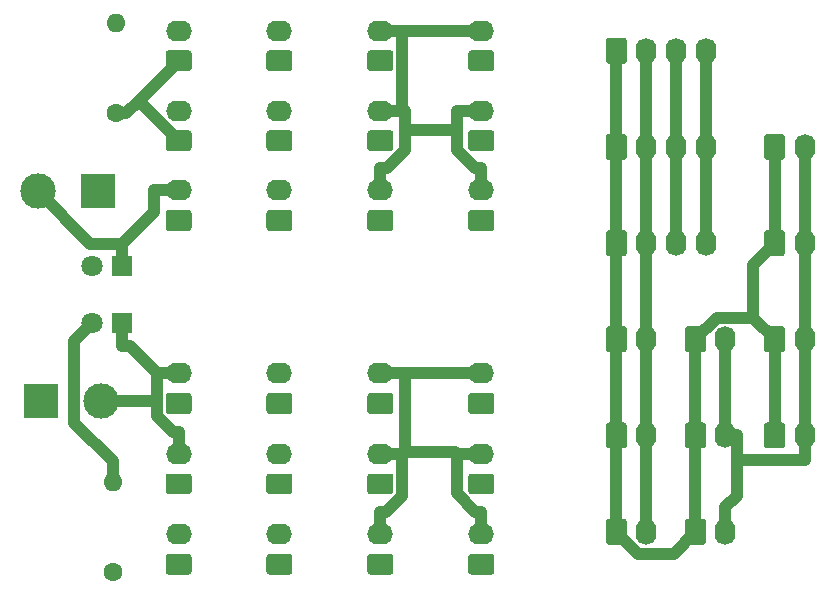
<source format=gbr>
G04 #@! TF.GenerationSoftware,KiCad,Pcbnew,(5.1.5-0-10_14)*
G04 #@! TF.CreationDate,2020-06-22T06:08:34+10:00*
G04 #@! TF.ProjectId,PowerDistribution,506f7765-7244-4697-9374-726962757469,rev?*
G04 #@! TF.SameCoordinates,Original*
G04 #@! TF.FileFunction,Copper,L2,Bot*
G04 #@! TF.FilePolarity,Positive*
%FSLAX46Y46*%
G04 Gerber Fmt 4.6, Leading zero omitted, Abs format (unit mm)*
G04 Created by KiCad (PCBNEW (5.1.5-0-10_14)) date 2020-06-22 06:08:34*
%MOMM*%
%LPD*%
G04 APERTURE LIST*
%ADD10O,1.600000X1.600000*%
%ADD11C,1.600000*%
%ADD12C,1.800000*%
%ADD13R,1.800000X1.800000*%
%ADD14O,1.740000X2.200000*%
%ADD15C,0.100000*%
%ADD16O,2.200000X1.740000*%
%ADD17C,3.000000*%
%ADD18R,3.000000X3.000000*%
%ADD19C,1.000000*%
G04 APERTURE END LIST*
D10*
X110744000Y-97028000D03*
D11*
X110744000Y-104648000D03*
D10*
X110998000Y-58166000D03*
D11*
X110998000Y-65786000D03*
D12*
X108966000Y-83566000D03*
D13*
X111506000Y-83566000D03*
D12*
X108966000Y-78740000D03*
D13*
X111506000Y-78740000D03*
D14*
X162634000Y-101200000D03*
G04 #@! TA.AperFunction,ComponentPad*
D15*
G36*
X160738505Y-100101204D02*
G01*
X160762773Y-100104804D01*
X160786572Y-100110765D01*
X160809671Y-100119030D01*
X160831850Y-100129520D01*
X160852893Y-100142132D01*
X160872599Y-100156747D01*
X160890777Y-100173223D01*
X160907253Y-100191401D01*
X160921868Y-100211107D01*
X160934480Y-100232150D01*
X160944970Y-100254329D01*
X160953235Y-100277428D01*
X160959196Y-100301227D01*
X160962796Y-100325495D01*
X160964000Y-100349999D01*
X160964000Y-102050001D01*
X160962796Y-102074505D01*
X160959196Y-102098773D01*
X160953235Y-102122572D01*
X160944970Y-102145671D01*
X160934480Y-102167850D01*
X160921868Y-102188893D01*
X160907253Y-102208599D01*
X160890777Y-102226777D01*
X160872599Y-102243253D01*
X160852893Y-102257868D01*
X160831850Y-102270480D01*
X160809671Y-102280970D01*
X160786572Y-102289235D01*
X160762773Y-102295196D01*
X160738505Y-102298796D01*
X160714001Y-102300000D01*
X159473999Y-102300000D01*
X159449495Y-102298796D01*
X159425227Y-102295196D01*
X159401428Y-102289235D01*
X159378329Y-102280970D01*
X159356150Y-102270480D01*
X159335107Y-102257868D01*
X159315401Y-102243253D01*
X159297223Y-102226777D01*
X159280747Y-102208599D01*
X159266132Y-102188893D01*
X159253520Y-102167850D01*
X159243030Y-102145671D01*
X159234765Y-102122572D01*
X159228804Y-102098773D01*
X159225204Y-102074505D01*
X159224000Y-102050001D01*
X159224000Y-100349999D01*
X159225204Y-100325495D01*
X159228804Y-100301227D01*
X159234765Y-100277428D01*
X159243030Y-100254329D01*
X159253520Y-100232150D01*
X159266132Y-100211107D01*
X159280747Y-100191401D01*
X159297223Y-100173223D01*
X159315401Y-100156747D01*
X159335107Y-100142132D01*
X159356150Y-100129520D01*
X159378329Y-100119030D01*
X159401428Y-100110765D01*
X159425227Y-100104804D01*
X159449495Y-100101204D01*
X159473999Y-100100000D01*
X160714001Y-100100000D01*
X160738505Y-100101204D01*
G37*
G04 #@! TD.AperFunction*
D16*
X141966000Y-87804000D03*
G04 #@! TA.AperFunction,ComponentPad*
D15*
G36*
X142840505Y-89475204D02*
G01*
X142864773Y-89478804D01*
X142888572Y-89484765D01*
X142911671Y-89493030D01*
X142933850Y-89503520D01*
X142954893Y-89516132D01*
X142974599Y-89530747D01*
X142992777Y-89547223D01*
X143009253Y-89565401D01*
X143023868Y-89585107D01*
X143036480Y-89606150D01*
X143046970Y-89628329D01*
X143055235Y-89651428D01*
X143061196Y-89675227D01*
X143064796Y-89699495D01*
X143066000Y-89723999D01*
X143066000Y-90964001D01*
X143064796Y-90988505D01*
X143061196Y-91012773D01*
X143055235Y-91036572D01*
X143046970Y-91059671D01*
X143036480Y-91081850D01*
X143023868Y-91102893D01*
X143009253Y-91122599D01*
X142992777Y-91140777D01*
X142974599Y-91157253D01*
X142954893Y-91171868D01*
X142933850Y-91184480D01*
X142911671Y-91194970D01*
X142888572Y-91203235D01*
X142864773Y-91209196D01*
X142840505Y-91212796D01*
X142816001Y-91214000D01*
X141115999Y-91214000D01*
X141091495Y-91212796D01*
X141067227Y-91209196D01*
X141043428Y-91203235D01*
X141020329Y-91194970D01*
X140998150Y-91184480D01*
X140977107Y-91171868D01*
X140957401Y-91157253D01*
X140939223Y-91140777D01*
X140922747Y-91122599D01*
X140908132Y-91102893D01*
X140895520Y-91081850D01*
X140885030Y-91059671D01*
X140876765Y-91036572D01*
X140870804Y-91012773D01*
X140867204Y-90988505D01*
X140866000Y-90964001D01*
X140866000Y-89723999D01*
X140867204Y-89699495D01*
X140870804Y-89675227D01*
X140876765Y-89651428D01*
X140885030Y-89628329D01*
X140895520Y-89606150D01*
X140908132Y-89585107D01*
X140922747Y-89565401D01*
X140939223Y-89547223D01*
X140957401Y-89530747D01*
X140977107Y-89516132D01*
X140998150Y-89503520D01*
X141020329Y-89493030D01*
X141043428Y-89484765D01*
X141067227Y-89478804D01*
X141091495Y-89475204D01*
X141115999Y-89474000D01*
X142816001Y-89474000D01*
X142840505Y-89475204D01*
G37*
G04 #@! TD.AperFunction*
D16*
X141966000Y-72310000D03*
G04 #@! TA.AperFunction,ComponentPad*
D15*
G36*
X142840505Y-73981204D02*
G01*
X142864773Y-73984804D01*
X142888572Y-73990765D01*
X142911671Y-73999030D01*
X142933850Y-74009520D01*
X142954893Y-74022132D01*
X142974599Y-74036747D01*
X142992777Y-74053223D01*
X143009253Y-74071401D01*
X143023868Y-74091107D01*
X143036480Y-74112150D01*
X143046970Y-74134329D01*
X143055235Y-74157428D01*
X143061196Y-74181227D01*
X143064796Y-74205495D01*
X143066000Y-74229999D01*
X143066000Y-75470001D01*
X143064796Y-75494505D01*
X143061196Y-75518773D01*
X143055235Y-75542572D01*
X143046970Y-75565671D01*
X143036480Y-75587850D01*
X143023868Y-75608893D01*
X143009253Y-75628599D01*
X142992777Y-75646777D01*
X142974599Y-75663253D01*
X142954893Y-75677868D01*
X142933850Y-75690480D01*
X142911671Y-75700970D01*
X142888572Y-75709235D01*
X142864773Y-75715196D01*
X142840505Y-75718796D01*
X142816001Y-75720000D01*
X141115999Y-75720000D01*
X141091495Y-75718796D01*
X141067227Y-75715196D01*
X141043428Y-75709235D01*
X141020329Y-75700970D01*
X140998150Y-75690480D01*
X140977107Y-75677868D01*
X140957401Y-75663253D01*
X140939223Y-75646777D01*
X140922747Y-75628599D01*
X140908132Y-75608893D01*
X140895520Y-75587850D01*
X140885030Y-75565671D01*
X140876765Y-75542572D01*
X140870804Y-75518773D01*
X140867204Y-75494505D01*
X140866000Y-75470001D01*
X140866000Y-74229999D01*
X140867204Y-74205495D01*
X140870804Y-74181227D01*
X140876765Y-74157428D01*
X140885030Y-74134329D01*
X140895520Y-74112150D01*
X140908132Y-74091107D01*
X140922747Y-74071401D01*
X140939223Y-74053223D01*
X140957401Y-74036747D01*
X140977107Y-74022132D01*
X140998150Y-74009520D01*
X141020329Y-73999030D01*
X141043428Y-73990765D01*
X141067227Y-73984804D01*
X141091495Y-73981204D01*
X141115999Y-73980000D01*
X142816001Y-73980000D01*
X142840505Y-73981204D01*
G37*
G04 #@! TD.AperFunction*
D14*
X155940000Y-101200000D03*
G04 #@! TA.AperFunction,ComponentPad*
D15*
G36*
X154044505Y-100101204D02*
G01*
X154068773Y-100104804D01*
X154092572Y-100110765D01*
X154115671Y-100119030D01*
X154137850Y-100129520D01*
X154158893Y-100142132D01*
X154178599Y-100156747D01*
X154196777Y-100173223D01*
X154213253Y-100191401D01*
X154227868Y-100211107D01*
X154240480Y-100232150D01*
X154250970Y-100254329D01*
X154259235Y-100277428D01*
X154265196Y-100301227D01*
X154268796Y-100325495D01*
X154270000Y-100349999D01*
X154270000Y-102050001D01*
X154268796Y-102074505D01*
X154265196Y-102098773D01*
X154259235Y-102122572D01*
X154250970Y-102145671D01*
X154240480Y-102167850D01*
X154227868Y-102188893D01*
X154213253Y-102208599D01*
X154196777Y-102226777D01*
X154178599Y-102243253D01*
X154158893Y-102257868D01*
X154137850Y-102270480D01*
X154115671Y-102280970D01*
X154092572Y-102289235D01*
X154068773Y-102295196D01*
X154044505Y-102298796D01*
X154020001Y-102300000D01*
X152779999Y-102300000D01*
X152755495Y-102298796D01*
X152731227Y-102295196D01*
X152707428Y-102289235D01*
X152684329Y-102280970D01*
X152662150Y-102270480D01*
X152641107Y-102257868D01*
X152621401Y-102243253D01*
X152603223Y-102226777D01*
X152586747Y-102208599D01*
X152572132Y-102188893D01*
X152559520Y-102167850D01*
X152549030Y-102145671D01*
X152540765Y-102122572D01*
X152534804Y-102098773D01*
X152531204Y-102074505D01*
X152530000Y-102050001D01*
X152530000Y-100349999D01*
X152531204Y-100325495D01*
X152534804Y-100301227D01*
X152540765Y-100277428D01*
X152549030Y-100254329D01*
X152559520Y-100232150D01*
X152572132Y-100211107D01*
X152586747Y-100191401D01*
X152603223Y-100173223D01*
X152621401Y-100156747D01*
X152641107Y-100142132D01*
X152662150Y-100129520D01*
X152684329Y-100119030D01*
X152707428Y-100110765D01*
X152731227Y-100104804D01*
X152755495Y-100101204D01*
X152779999Y-100100000D01*
X154020001Y-100100000D01*
X154044505Y-100101204D01*
G37*
G04 #@! TD.AperFunction*
D16*
X141966000Y-94614000D03*
G04 #@! TA.AperFunction,ComponentPad*
D15*
G36*
X142840505Y-96285204D02*
G01*
X142864773Y-96288804D01*
X142888572Y-96294765D01*
X142911671Y-96303030D01*
X142933850Y-96313520D01*
X142954893Y-96326132D01*
X142974599Y-96340747D01*
X142992777Y-96357223D01*
X143009253Y-96375401D01*
X143023868Y-96395107D01*
X143036480Y-96416150D01*
X143046970Y-96438329D01*
X143055235Y-96461428D01*
X143061196Y-96485227D01*
X143064796Y-96509495D01*
X143066000Y-96533999D01*
X143066000Y-97774001D01*
X143064796Y-97798505D01*
X143061196Y-97822773D01*
X143055235Y-97846572D01*
X143046970Y-97869671D01*
X143036480Y-97891850D01*
X143023868Y-97912893D01*
X143009253Y-97932599D01*
X142992777Y-97950777D01*
X142974599Y-97967253D01*
X142954893Y-97981868D01*
X142933850Y-97994480D01*
X142911671Y-98004970D01*
X142888572Y-98013235D01*
X142864773Y-98019196D01*
X142840505Y-98022796D01*
X142816001Y-98024000D01*
X141115999Y-98024000D01*
X141091495Y-98022796D01*
X141067227Y-98019196D01*
X141043428Y-98013235D01*
X141020329Y-98004970D01*
X140998150Y-97994480D01*
X140977107Y-97981868D01*
X140957401Y-97967253D01*
X140939223Y-97950777D01*
X140922747Y-97932599D01*
X140908132Y-97912893D01*
X140895520Y-97891850D01*
X140885030Y-97869671D01*
X140876765Y-97846572D01*
X140870804Y-97822773D01*
X140867204Y-97798505D01*
X140866000Y-97774001D01*
X140866000Y-96533999D01*
X140867204Y-96509495D01*
X140870804Y-96485227D01*
X140876765Y-96461428D01*
X140885030Y-96438329D01*
X140895520Y-96416150D01*
X140908132Y-96395107D01*
X140922747Y-96375401D01*
X140939223Y-96357223D01*
X140957401Y-96340747D01*
X140977107Y-96326132D01*
X140998150Y-96313520D01*
X141020329Y-96303030D01*
X141043428Y-96294765D01*
X141067227Y-96288804D01*
X141091495Y-96285204D01*
X141115999Y-96284000D01*
X142816001Y-96284000D01*
X142840505Y-96285204D01*
G37*
G04 #@! TD.AperFunction*
D16*
X141966000Y-65550000D03*
G04 #@! TA.AperFunction,ComponentPad*
D15*
G36*
X142840505Y-67221204D02*
G01*
X142864773Y-67224804D01*
X142888572Y-67230765D01*
X142911671Y-67239030D01*
X142933850Y-67249520D01*
X142954893Y-67262132D01*
X142974599Y-67276747D01*
X142992777Y-67293223D01*
X143009253Y-67311401D01*
X143023868Y-67331107D01*
X143036480Y-67352150D01*
X143046970Y-67374329D01*
X143055235Y-67397428D01*
X143061196Y-67421227D01*
X143064796Y-67445495D01*
X143066000Y-67469999D01*
X143066000Y-68710001D01*
X143064796Y-68734505D01*
X143061196Y-68758773D01*
X143055235Y-68782572D01*
X143046970Y-68805671D01*
X143036480Y-68827850D01*
X143023868Y-68848893D01*
X143009253Y-68868599D01*
X142992777Y-68886777D01*
X142974599Y-68903253D01*
X142954893Y-68917868D01*
X142933850Y-68930480D01*
X142911671Y-68940970D01*
X142888572Y-68949235D01*
X142864773Y-68955196D01*
X142840505Y-68958796D01*
X142816001Y-68960000D01*
X141115999Y-68960000D01*
X141091495Y-68958796D01*
X141067227Y-68955196D01*
X141043428Y-68949235D01*
X141020329Y-68940970D01*
X140998150Y-68930480D01*
X140977107Y-68917868D01*
X140957401Y-68903253D01*
X140939223Y-68886777D01*
X140922747Y-68868599D01*
X140908132Y-68848893D01*
X140895520Y-68827850D01*
X140885030Y-68805671D01*
X140876765Y-68782572D01*
X140870804Y-68758773D01*
X140867204Y-68734505D01*
X140866000Y-68710001D01*
X140866000Y-67469999D01*
X140867204Y-67445495D01*
X140870804Y-67421227D01*
X140876765Y-67397428D01*
X140885030Y-67374329D01*
X140895520Y-67352150D01*
X140908132Y-67331107D01*
X140922747Y-67311401D01*
X140939223Y-67293223D01*
X140957401Y-67276747D01*
X140977107Y-67262132D01*
X140998150Y-67249520D01*
X141020329Y-67239030D01*
X141043428Y-67230765D01*
X141067227Y-67224804D01*
X141091495Y-67221204D01*
X141115999Y-67220000D01*
X142816001Y-67220000D01*
X142840505Y-67221204D01*
G37*
G04 #@! TD.AperFunction*
D14*
X155940000Y-93056000D03*
G04 #@! TA.AperFunction,ComponentPad*
D15*
G36*
X154044505Y-91957204D02*
G01*
X154068773Y-91960804D01*
X154092572Y-91966765D01*
X154115671Y-91975030D01*
X154137850Y-91985520D01*
X154158893Y-91998132D01*
X154178599Y-92012747D01*
X154196777Y-92029223D01*
X154213253Y-92047401D01*
X154227868Y-92067107D01*
X154240480Y-92088150D01*
X154250970Y-92110329D01*
X154259235Y-92133428D01*
X154265196Y-92157227D01*
X154268796Y-92181495D01*
X154270000Y-92205999D01*
X154270000Y-93906001D01*
X154268796Y-93930505D01*
X154265196Y-93954773D01*
X154259235Y-93978572D01*
X154250970Y-94001671D01*
X154240480Y-94023850D01*
X154227868Y-94044893D01*
X154213253Y-94064599D01*
X154196777Y-94082777D01*
X154178599Y-94099253D01*
X154158893Y-94113868D01*
X154137850Y-94126480D01*
X154115671Y-94136970D01*
X154092572Y-94145235D01*
X154068773Y-94151196D01*
X154044505Y-94154796D01*
X154020001Y-94156000D01*
X152779999Y-94156000D01*
X152755495Y-94154796D01*
X152731227Y-94151196D01*
X152707428Y-94145235D01*
X152684329Y-94136970D01*
X152662150Y-94126480D01*
X152641107Y-94113868D01*
X152621401Y-94099253D01*
X152603223Y-94082777D01*
X152586747Y-94064599D01*
X152572132Y-94044893D01*
X152559520Y-94023850D01*
X152549030Y-94001671D01*
X152540765Y-93978572D01*
X152534804Y-93954773D01*
X152531204Y-93930505D01*
X152530000Y-93906001D01*
X152530000Y-92205999D01*
X152531204Y-92181495D01*
X152534804Y-92157227D01*
X152540765Y-92133428D01*
X152549030Y-92110329D01*
X152559520Y-92088150D01*
X152572132Y-92067107D01*
X152586747Y-92047401D01*
X152603223Y-92029223D01*
X152621401Y-92012747D01*
X152641107Y-91998132D01*
X152662150Y-91985520D01*
X152684329Y-91975030D01*
X152707428Y-91966765D01*
X152731227Y-91960804D01*
X152755495Y-91957204D01*
X152779999Y-91956000D01*
X154020001Y-91956000D01*
X154044505Y-91957204D01*
G37*
G04 #@! TD.AperFunction*
D16*
X141966000Y-101424000D03*
G04 #@! TA.AperFunction,ComponentPad*
D15*
G36*
X142840505Y-103095204D02*
G01*
X142864773Y-103098804D01*
X142888572Y-103104765D01*
X142911671Y-103113030D01*
X142933850Y-103123520D01*
X142954893Y-103136132D01*
X142974599Y-103150747D01*
X142992777Y-103167223D01*
X143009253Y-103185401D01*
X143023868Y-103205107D01*
X143036480Y-103226150D01*
X143046970Y-103248329D01*
X143055235Y-103271428D01*
X143061196Y-103295227D01*
X143064796Y-103319495D01*
X143066000Y-103343999D01*
X143066000Y-104584001D01*
X143064796Y-104608505D01*
X143061196Y-104632773D01*
X143055235Y-104656572D01*
X143046970Y-104679671D01*
X143036480Y-104701850D01*
X143023868Y-104722893D01*
X143009253Y-104742599D01*
X142992777Y-104760777D01*
X142974599Y-104777253D01*
X142954893Y-104791868D01*
X142933850Y-104804480D01*
X142911671Y-104814970D01*
X142888572Y-104823235D01*
X142864773Y-104829196D01*
X142840505Y-104832796D01*
X142816001Y-104834000D01*
X141115999Y-104834000D01*
X141091495Y-104832796D01*
X141067227Y-104829196D01*
X141043428Y-104823235D01*
X141020329Y-104814970D01*
X140998150Y-104804480D01*
X140977107Y-104791868D01*
X140957401Y-104777253D01*
X140939223Y-104760777D01*
X140922747Y-104742599D01*
X140908132Y-104722893D01*
X140895520Y-104701850D01*
X140885030Y-104679671D01*
X140876765Y-104656572D01*
X140870804Y-104632773D01*
X140867204Y-104608505D01*
X140866000Y-104584001D01*
X140866000Y-103343999D01*
X140867204Y-103319495D01*
X140870804Y-103295227D01*
X140876765Y-103271428D01*
X140885030Y-103248329D01*
X140895520Y-103226150D01*
X140908132Y-103205107D01*
X140922747Y-103185401D01*
X140939223Y-103167223D01*
X140957401Y-103150747D01*
X140977107Y-103136132D01*
X140998150Y-103123520D01*
X141020329Y-103113030D01*
X141043428Y-103104765D01*
X141067227Y-103098804D01*
X141091495Y-103095204D01*
X141115999Y-103094000D01*
X142816001Y-103094000D01*
X142840505Y-103095204D01*
G37*
G04 #@! TD.AperFunction*
D16*
X133419000Y-72310000D03*
G04 #@! TA.AperFunction,ComponentPad*
D15*
G36*
X134293505Y-73981204D02*
G01*
X134317773Y-73984804D01*
X134341572Y-73990765D01*
X134364671Y-73999030D01*
X134386850Y-74009520D01*
X134407893Y-74022132D01*
X134427599Y-74036747D01*
X134445777Y-74053223D01*
X134462253Y-74071401D01*
X134476868Y-74091107D01*
X134489480Y-74112150D01*
X134499970Y-74134329D01*
X134508235Y-74157428D01*
X134514196Y-74181227D01*
X134517796Y-74205495D01*
X134519000Y-74229999D01*
X134519000Y-75470001D01*
X134517796Y-75494505D01*
X134514196Y-75518773D01*
X134508235Y-75542572D01*
X134499970Y-75565671D01*
X134489480Y-75587850D01*
X134476868Y-75608893D01*
X134462253Y-75628599D01*
X134445777Y-75646777D01*
X134427599Y-75663253D01*
X134407893Y-75677868D01*
X134386850Y-75690480D01*
X134364671Y-75700970D01*
X134341572Y-75709235D01*
X134317773Y-75715196D01*
X134293505Y-75718796D01*
X134269001Y-75720000D01*
X132568999Y-75720000D01*
X132544495Y-75718796D01*
X132520227Y-75715196D01*
X132496428Y-75709235D01*
X132473329Y-75700970D01*
X132451150Y-75690480D01*
X132430107Y-75677868D01*
X132410401Y-75663253D01*
X132392223Y-75646777D01*
X132375747Y-75628599D01*
X132361132Y-75608893D01*
X132348520Y-75587850D01*
X132338030Y-75565671D01*
X132329765Y-75542572D01*
X132323804Y-75518773D01*
X132320204Y-75494505D01*
X132319000Y-75470001D01*
X132319000Y-74229999D01*
X132320204Y-74205495D01*
X132323804Y-74181227D01*
X132329765Y-74157428D01*
X132338030Y-74134329D01*
X132348520Y-74112150D01*
X132361132Y-74091107D01*
X132375747Y-74071401D01*
X132392223Y-74053223D01*
X132410401Y-74036747D01*
X132430107Y-74022132D01*
X132451150Y-74009520D01*
X132473329Y-73999030D01*
X132496428Y-73990765D01*
X132520227Y-73984804D01*
X132544495Y-73981204D01*
X132568999Y-73980000D01*
X134269001Y-73980000D01*
X134293505Y-73981204D01*
G37*
G04 #@! TD.AperFunction*
D14*
X162634000Y-93056000D03*
G04 #@! TA.AperFunction,ComponentPad*
D15*
G36*
X160738505Y-91957204D02*
G01*
X160762773Y-91960804D01*
X160786572Y-91966765D01*
X160809671Y-91975030D01*
X160831850Y-91985520D01*
X160852893Y-91998132D01*
X160872599Y-92012747D01*
X160890777Y-92029223D01*
X160907253Y-92047401D01*
X160921868Y-92067107D01*
X160934480Y-92088150D01*
X160944970Y-92110329D01*
X160953235Y-92133428D01*
X160959196Y-92157227D01*
X160962796Y-92181495D01*
X160964000Y-92205999D01*
X160964000Y-93906001D01*
X160962796Y-93930505D01*
X160959196Y-93954773D01*
X160953235Y-93978572D01*
X160944970Y-94001671D01*
X160934480Y-94023850D01*
X160921868Y-94044893D01*
X160907253Y-94064599D01*
X160890777Y-94082777D01*
X160872599Y-94099253D01*
X160852893Y-94113868D01*
X160831850Y-94126480D01*
X160809671Y-94136970D01*
X160786572Y-94145235D01*
X160762773Y-94151196D01*
X160738505Y-94154796D01*
X160714001Y-94156000D01*
X159473999Y-94156000D01*
X159449495Y-94154796D01*
X159425227Y-94151196D01*
X159401428Y-94145235D01*
X159378329Y-94136970D01*
X159356150Y-94126480D01*
X159335107Y-94113868D01*
X159315401Y-94099253D01*
X159297223Y-94082777D01*
X159280747Y-94064599D01*
X159266132Y-94044893D01*
X159253520Y-94023850D01*
X159243030Y-94001671D01*
X159234765Y-93978572D01*
X159228804Y-93954773D01*
X159225204Y-93930505D01*
X159224000Y-93906001D01*
X159224000Y-92205999D01*
X159225204Y-92181495D01*
X159228804Y-92157227D01*
X159234765Y-92133428D01*
X159243030Y-92110329D01*
X159253520Y-92088150D01*
X159266132Y-92067107D01*
X159280747Y-92047401D01*
X159297223Y-92029223D01*
X159315401Y-92012747D01*
X159335107Y-91998132D01*
X159356150Y-91985520D01*
X159378329Y-91975030D01*
X159401428Y-91966765D01*
X159425227Y-91960804D01*
X159449495Y-91957204D01*
X159473999Y-91956000D01*
X160714001Y-91956000D01*
X160738505Y-91957204D01*
G37*
G04 #@! TD.AperFunction*
D16*
X133419000Y-101424000D03*
G04 #@! TA.AperFunction,ComponentPad*
D15*
G36*
X134293505Y-103095204D02*
G01*
X134317773Y-103098804D01*
X134341572Y-103104765D01*
X134364671Y-103113030D01*
X134386850Y-103123520D01*
X134407893Y-103136132D01*
X134427599Y-103150747D01*
X134445777Y-103167223D01*
X134462253Y-103185401D01*
X134476868Y-103205107D01*
X134489480Y-103226150D01*
X134499970Y-103248329D01*
X134508235Y-103271428D01*
X134514196Y-103295227D01*
X134517796Y-103319495D01*
X134519000Y-103343999D01*
X134519000Y-104584001D01*
X134517796Y-104608505D01*
X134514196Y-104632773D01*
X134508235Y-104656572D01*
X134499970Y-104679671D01*
X134489480Y-104701850D01*
X134476868Y-104722893D01*
X134462253Y-104742599D01*
X134445777Y-104760777D01*
X134427599Y-104777253D01*
X134407893Y-104791868D01*
X134386850Y-104804480D01*
X134364671Y-104814970D01*
X134341572Y-104823235D01*
X134317773Y-104829196D01*
X134293505Y-104832796D01*
X134269001Y-104834000D01*
X132568999Y-104834000D01*
X132544495Y-104832796D01*
X132520227Y-104829196D01*
X132496428Y-104823235D01*
X132473329Y-104814970D01*
X132451150Y-104804480D01*
X132430107Y-104791868D01*
X132410401Y-104777253D01*
X132392223Y-104760777D01*
X132375747Y-104742599D01*
X132361132Y-104722893D01*
X132348520Y-104701850D01*
X132338030Y-104679671D01*
X132329765Y-104656572D01*
X132323804Y-104632773D01*
X132320204Y-104608505D01*
X132319000Y-104584001D01*
X132319000Y-103343999D01*
X132320204Y-103319495D01*
X132323804Y-103295227D01*
X132329765Y-103271428D01*
X132338030Y-103248329D01*
X132348520Y-103226150D01*
X132361132Y-103205107D01*
X132375747Y-103185401D01*
X132392223Y-103167223D01*
X132410401Y-103150747D01*
X132430107Y-103136132D01*
X132451150Y-103123520D01*
X132473329Y-103113030D01*
X132496428Y-103104765D01*
X132520227Y-103098804D01*
X132544495Y-103095204D01*
X132568999Y-103094000D01*
X134269001Y-103094000D01*
X134293505Y-103095204D01*
G37*
G04 #@! TD.AperFunction*
D16*
X141966000Y-58790000D03*
G04 #@! TA.AperFunction,ComponentPad*
D15*
G36*
X142840505Y-60461204D02*
G01*
X142864773Y-60464804D01*
X142888572Y-60470765D01*
X142911671Y-60479030D01*
X142933850Y-60489520D01*
X142954893Y-60502132D01*
X142974599Y-60516747D01*
X142992777Y-60533223D01*
X143009253Y-60551401D01*
X143023868Y-60571107D01*
X143036480Y-60592150D01*
X143046970Y-60614329D01*
X143055235Y-60637428D01*
X143061196Y-60661227D01*
X143064796Y-60685495D01*
X143066000Y-60709999D01*
X143066000Y-61950001D01*
X143064796Y-61974505D01*
X143061196Y-61998773D01*
X143055235Y-62022572D01*
X143046970Y-62045671D01*
X143036480Y-62067850D01*
X143023868Y-62088893D01*
X143009253Y-62108599D01*
X142992777Y-62126777D01*
X142974599Y-62143253D01*
X142954893Y-62157868D01*
X142933850Y-62170480D01*
X142911671Y-62180970D01*
X142888572Y-62189235D01*
X142864773Y-62195196D01*
X142840505Y-62198796D01*
X142816001Y-62200000D01*
X141115999Y-62200000D01*
X141091495Y-62198796D01*
X141067227Y-62195196D01*
X141043428Y-62189235D01*
X141020329Y-62180970D01*
X140998150Y-62170480D01*
X140977107Y-62157868D01*
X140957401Y-62143253D01*
X140939223Y-62126777D01*
X140922747Y-62108599D01*
X140908132Y-62088893D01*
X140895520Y-62067850D01*
X140885030Y-62045671D01*
X140876765Y-62022572D01*
X140870804Y-61998773D01*
X140867204Y-61974505D01*
X140866000Y-61950001D01*
X140866000Y-60709999D01*
X140867204Y-60685495D01*
X140870804Y-60661227D01*
X140876765Y-60637428D01*
X140885030Y-60614329D01*
X140895520Y-60592150D01*
X140908132Y-60571107D01*
X140922747Y-60551401D01*
X140939223Y-60533223D01*
X140957401Y-60516747D01*
X140977107Y-60502132D01*
X140998150Y-60489520D01*
X141020329Y-60479030D01*
X141043428Y-60470765D01*
X141067227Y-60464804D01*
X141091495Y-60461204D01*
X141115999Y-60460000D01*
X142816001Y-60460000D01*
X142840505Y-60461204D01*
G37*
G04 #@! TD.AperFunction*
D14*
X169328000Y-93056000D03*
G04 #@! TA.AperFunction,ComponentPad*
D15*
G36*
X167432505Y-91957204D02*
G01*
X167456773Y-91960804D01*
X167480572Y-91966765D01*
X167503671Y-91975030D01*
X167525850Y-91985520D01*
X167546893Y-91998132D01*
X167566599Y-92012747D01*
X167584777Y-92029223D01*
X167601253Y-92047401D01*
X167615868Y-92067107D01*
X167628480Y-92088150D01*
X167638970Y-92110329D01*
X167647235Y-92133428D01*
X167653196Y-92157227D01*
X167656796Y-92181495D01*
X167658000Y-92205999D01*
X167658000Y-93906001D01*
X167656796Y-93930505D01*
X167653196Y-93954773D01*
X167647235Y-93978572D01*
X167638970Y-94001671D01*
X167628480Y-94023850D01*
X167615868Y-94044893D01*
X167601253Y-94064599D01*
X167584777Y-94082777D01*
X167566599Y-94099253D01*
X167546893Y-94113868D01*
X167525850Y-94126480D01*
X167503671Y-94136970D01*
X167480572Y-94145235D01*
X167456773Y-94151196D01*
X167432505Y-94154796D01*
X167408001Y-94156000D01*
X166167999Y-94156000D01*
X166143495Y-94154796D01*
X166119227Y-94151196D01*
X166095428Y-94145235D01*
X166072329Y-94136970D01*
X166050150Y-94126480D01*
X166029107Y-94113868D01*
X166009401Y-94099253D01*
X165991223Y-94082777D01*
X165974747Y-94064599D01*
X165960132Y-94044893D01*
X165947520Y-94023850D01*
X165937030Y-94001671D01*
X165928765Y-93978572D01*
X165922804Y-93954773D01*
X165919204Y-93930505D01*
X165918000Y-93906001D01*
X165918000Y-92205999D01*
X165919204Y-92181495D01*
X165922804Y-92157227D01*
X165928765Y-92133428D01*
X165937030Y-92110329D01*
X165947520Y-92088150D01*
X165960132Y-92067107D01*
X165974747Y-92047401D01*
X165991223Y-92029223D01*
X166009401Y-92012747D01*
X166029107Y-91998132D01*
X166050150Y-91985520D01*
X166072329Y-91975030D01*
X166095428Y-91966765D01*
X166119227Y-91960804D01*
X166143495Y-91957204D01*
X166167999Y-91956000D01*
X167408001Y-91956000D01*
X167432505Y-91957204D01*
G37*
G04 #@! TD.AperFunction*
D16*
X133419000Y-87804000D03*
G04 #@! TA.AperFunction,ComponentPad*
D15*
G36*
X134293505Y-89475204D02*
G01*
X134317773Y-89478804D01*
X134341572Y-89484765D01*
X134364671Y-89493030D01*
X134386850Y-89503520D01*
X134407893Y-89516132D01*
X134427599Y-89530747D01*
X134445777Y-89547223D01*
X134462253Y-89565401D01*
X134476868Y-89585107D01*
X134489480Y-89606150D01*
X134499970Y-89628329D01*
X134508235Y-89651428D01*
X134514196Y-89675227D01*
X134517796Y-89699495D01*
X134519000Y-89723999D01*
X134519000Y-90964001D01*
X134517796Y-90988505D01*
X134514196Y-91012773D01*
X134508235Y-91036572D01*
X134499970Y-91059671D01*
X134489480Y-91081850D01*
X134476868Y-91102893D01*
X134462253Y-91122599D01*
X134445777Y-91140777D01*
X134427599Y-91157253D01*
X134407893Y-91171868D01*
X134386850Y-91184480D01*
X134364671Y-91194970D01*
X134341572Y-91203235D01*
X134317773Y-91209196D01*
X134293505Y-91212796D01*
X134269001Y-91214000D01*
X132568999Y-91214000D01*
X132544495Y-91212796D01*
X132520227Y-91209196D01*
X132496428Y-91203235D01*
X132473329Y-91194970D01*
X132451150Y-91184480D01*
X132430107Y-91171868D01*
X132410401Y-91157253D01*
X132392223Y-91140777D01*
X132375747Y-91122599D01*
X132361132Y-91102893D01*
X132348520Y-91081850D01*
X132338030Y-91059671D01*
X132329765Y-91036572D01*
X132323804Y-91012773D01*
X132320204Y-90988505D01*
X132319000Y-90964001D01*
X132319000Y-89723999D01*
X132320204Y-89699495D01*
X132323804Y-89675227D01*
X132329765Y-89651428D01*
X132338030Y-89628329D01*
X132348520Y-89606150D01*
X132361132Y-89585107D01*
X132375747Y-89565401D01*
X132392223Y-89547223D01*
X132410401Y-89530747D01*
X132430107Y-89516132D01*
X132451150Y-89503520D01*
X132473329Y-89493030D01*
X132496428Y-89484765D01*
X132520227Y-89478804D01*
X132544495Y-89475204D01*
X132568999Y-89474000D01*
X134269001Y-89474000D01*
X134293505Y-89475204D01*
G37*
G04 #@! TD.AperFunction*
D16*
X133419000Y-65550000D03*
G04 #@! TA.AperFunction,ComponentPad*
D15*
G36*
X134293505Y-67221204D02*
G01*
X134317773Y-67224804D01*
X134341572Y-67230765D01*
X134364671Y-67239030D01*
X134386850Y-67249520D01*
X134407893Y-67262132D01*
X134427599Y-67276747D01*
X134445777Y-67293223D01*
X134462253Y-67311401D01*
X134476868Y-67331107D01*
X134489480Y-67352150D01*
X134499970Y-67374329D01*
X134508235Y-67397428D01*
X134514196Y-67421227D01*
X134517796Y-67445495D01*
X134519000Y-67469999D01*
X134519000Y-68710001D01*
X134517796Y-68734505D01*
X134514196Y-68758773D01*
X134508235Y-68782572D01*
X134499970Y-68805671D01*
X134489480Y-68827850D01*
X134476868Y-68848893D01*
X134462253Y-68868599D01*
X134445777Y-68886777D01*
X134427599Y-68903253D01*
X134407893Y-68917868D01*
X134386850Y-68930480D01*
X134364671Y-68940970D01*
X134341572Y-68949235D01*
X134317773Y-68955196D01*
X134293505Y-68958796D01*
X134269001Y-68960000D01*
X132568999Y-68960000D01*
X132544495Y-68958796D01*
X132520227Y-68955196D01*
X132496428Y-68949235D01*
X132473329Y-68940970D01*
X132451150Y-68930480D01*
X132430107Y-68917868D01*
X132410401Y-68903253D01*
X132392223Y-68886777D01*
X132375747Y-68868599D01*
X132361132Y-68848893D01*
X132348520Y-68827850D01*
X132338030Y-68805671D01*
X132329765Y-68782572D01*
X132323804Y-68758773D01*
X132320204Y-68734505D01*
X132319000Y-68710001D01*
X132319000Y-67469999D01*
X132320204Y-67445495D01*
X132323804Y-67421227D01*
X132329765Y-67397428D01*
X132338030Y-67374329D01*
X132348520Y-67352150D01*
X132361132Y-67331107D01*
X132375747Y-67311401D01*
X132392223Y-67293223D01*
X132410401Y-67276747D01*
X132430107Y-67262132D01*
X132451150Y-67249520D01*
X132473329Y-67239030D01*
X132496428Y-67230765D01*
X132520227Y-67224804D01*
X132544495Y-67221204D01*
X132568999Y-67220000D01*
X134269001Y-67220000D01*
X134293505Y-67221204D01*
G37*
G04 #@! TD.AperFunction*
D14*
X169328000Y-84912000D03*
G04 #@! TA.AperFunction,ComponentPad*
D15*
G36*
X167432505Y-83813204D02*
G01*
X167456773Y-83816804D01*
X167480572Y-83822765D01*
X167503671Y-83831030D01*
X167525850Y-83841520D01*
X167546893Y-83854132D01*
X167566599Y-83868747D01*
X167584777Y-83885223D01*
X167601253Y-83903401D01*
X167615868Y-83923107D01*
X167628480Y-83944150D01*
X167638970Y-83966329D01*
X167647235Y-83989428D01*
X167653196Y-84013227D01*
X167656796Y-84037495D01*
X167658000Y-84061999D01*
X167658000Y-85762001D01*
X167656796Y-85786505D01*
X167653196Y-85810773D01*
X167647235Y-85834572D01*
X167638970Y-85857671D01*
X167628480Y-85879850D01*
X167615868Y-85900893D01*
X167601253Y-85920599D01*
X167584777Y-85938777D01*
X167566599Y-85955253D01*
X167546893Y-85969868D01*
X167525850Y-85982480D01*
X167503671Y-85992970D01*
X167480572Y-86001235D01*
X167456773Y-86007196D01*
X167432505Y-86010796D01*
X167408001Y-86012000D01*
X166167999Y-86012000D01*
X166143495Y-86010796D01*
X166119227Y-86007196D01*
X166095428Y-86001235D01*
X166072329Y-85992970D01*
X166050150Y-85982480D01*
X166029107Y-85969868D01*
X166009401Y-85955253D01*
X165991223Y-85938777D01*
X165974747Y-85920599D01*
X165960132Y-85900893D01*
X165947520Y-85879850D01*
X165937030Y-85857671D01*
X165928765Y-85834572D01*
X165922804Y-85810773D01*
X165919204Y-85786505D01*
X165918000Y-85762001D01*
X165918000Y-84061999D01*
X165919204Y-84037495D01*
X165922804Y-84013227D01*
X165928765Y-83989428D01*
X165937030Y-83966329D01*
X165947520Y-83944150D01*
X165960132Y-83923107D01*
X165974747Y-83903401D01*
X165991223Y-83885223D01*
X166009401Y-83868747D01*
X166029107Y-83854132D01*
X166050150Y-83841520D01*
X166072329Y-83831030D01*
X166095428Y-83822765D01*
X166119227Y-83816804D01*
X166143495Y-83813204D01*
X166167999Y-83812000D01*
X167408001Y-83812000D01*
X167432505Y-83813204D01*
G37*
G04 #@! TD.AperFunction*
D16*
X124873000Y-101424000D03*
G04 #@! TA.AperFunction,ComponentPad*
D15*
G36*
X125747505Y-103095204D02*
G01*
X125771773Y-103098804D01*
X125795572Y-103104765D01*
X125818671Y-103113030D01*
X125840850Y-103123520D01*
X125861893Y-103136132D01*
X125881599Y-103150747D01*
X125899777Y-103167223D01*
X125916253Y-103185401D01*
X125930868Y-103205107D01*
X125943480Y-103226150D01*
X125953970Y-103248329D01*
X125962235Y-103271428D01*
X125968196Y-103295227D01*
X125971796Y-103319495D01*
X125973000Y-103343999D01*
X125973000Y-104584001D01*
X125971796Y-104608505D01*
X125968196Y-104632773D01*
X125962235Y-104656572D01*
X125953970Y-104679671D01*
X125943480Y-104701850D01*
X125930868Y-104722893D01*
X125916253Y-104742599D01*
X125899777Y-104760777D01*
X125881599Y-104777253D01*
X125861893Y-104791868D01*
X125840850Y-104804480D01*
X125818671Y-104814970D01*
X125795572Y-104823235D01*
X125771773Y-104829196D01*
X125747505Y-104832796D01*
X125723001Y-104834000D01*
X124022999Y-104834000D01*
X123998495Y-104832796D01*
X123974227Y-104829196D01*
X123950428Y-104823235D01*
X123927329Y-104814970D01*
X123905150Y-104804480D01*
X123884107Y-104791868D01*
X123864401Y-104777253D01*
X123846223Y-104760777D01*
X123829747Y-104742599D01*
X123815132Y-104722893D01*
X123802520Y-104701850D01*
X123792030Y-104679671D01*
X123783765Y-104656572D01*
X123777804Y-104632773D01*
X123774204Y-104608505D01*
X123773000Y-104584001D01*
X123773000Y-103343999D01*
X123774204Y-103319495D01*
X123777804Y-103295227D01*
X123783765Y-103271428D01*
X123792030Y-103248329D01*
X123802520Y-103226150D01*
X123815132Y-103205107D01*
X123829747Y-103185401D01*
X123846223Y-103167223D01*
X123864401Y-103150747D01*
X123884107Y-103136132D01*
X123905150Y-103123520D01*
X123927329Y-103113030D01*
X123950428Y-103104765D01*
X123974227Y-103098804D01*
X123998495Y-103095204D01*
X124022999Y-103094000D01*
X125723001Y-103094000D01*
X125747505Y-103095204D01*
G37*
G04 #@! TD.AperFunction*
D16*
X133419000Y-58790000D03*
G04 #@! TA.AperFunction,ComponentPad*
D15*
G36*
X134293505Y-60461204D02*
G01*
X134317773Y-60464804D01*
X134341572Y-60470765D01*
X134364671Y-60479030D01*
X134386850Y-60489520D01*
X134407893Y-60502132D01*
X134427599Y-60516747D01*
X134445777Y-60533223D01*
X134462253Y-60551401D01*
X134476868Y-60571107D01*
X134489480Y-60592150D01*
X134499970Y-60614329D01*
X134508235Y-60637428D01*
X134514196Y-60661227D01*
X134517796Y-60685495D01*
X134519000Y-60709999D01*
X134519000Y-61950001D01*
X134517796Y-61974505D01*
X134514196Y-61998773D01*
X134508235Y-62022572D01*
X134499970Y-62045671D01*
X134489480Y-62067850D01*
X134476868Y-62088893D01*
X134462253Y-62108599D01*
X134445777Y-62126777D01*
X134427599Y-62143253D01*
X134407893Y-62157868D01*
X134386850Y-62170480D01*
X134364671Y-62180970D01*
X134341572Y-62189235D01*
X134317773Y-62195196D01*
X134293505Y-62198796D01*
X134269001Y-62200000D01*
X132568999Y-62200000D01*
X132544495Y-62198796D01*
X132520227Y-62195196D01*
X132496428Y-62189235D01*
X132473329Y-62180970D01*
X132451150Y-62170480D01*
X132430107Y-62157868D01*
X132410401Y-62143253D01*
X132392223Y-62126777D01*
X132375747Y-62108599D01*
X132361132Y-62088893D01*
X132348520Y-62067850D01*
X132338030Y-62045671D01*
X132329765Y-62022572D01*
X132323804Y-61998773D01*
X132320204Y-61974505D01*
X132319000Y-61950001D01*
X132319000Y-60709999D01*
X132320204Y-60685495D01*
X132323804Y-60661227D01*
X132329765Y-60637428D01*
X132338030Y-60614329D01*
X132348520Y-60592150D01*
X132361132Y-60571107D01*
X132375747Y-60551401D01*
X132392223Y-60533223D01*
X132410401Y-60516747D01*
X132430107Y-60502132D01*
X132451150Y-60489520D01*
X132473329Y-60479030D01*
X132496428Y-60470765D01*
X132520227Y-60464804D01*
X132544495Y-60461204D01*
X132568999Y-60460000D01*
X134269001Y-60460000D01*
X134293505Y-60461204D01*
G37*
G04 #@! TD.AperFunction*
D14*
X162634000Y-84912000D03*
G04 #@! TA.AperFunction,ComponentPad*
D15*
G36*
X160738505Y-83813204D02*
G01*
X160762773Y-83816804D01*
X160786572Y-83822765D01*
X160809671Y-83831030D01*
X160831850Y-83841520D01*
X160852893Y-83854132D01*
X160872599Y-83868747D01*
X160890777Y-83885223D01*
X160907253Y-83903401D01*
X160921868Y-83923107D01*
X160934480Y-83944150D01*
X160944970Y-83966329D01*
X160953235Y-83989428D01*
X160959196Y-84013227D01*
X160962796Y-84037495D01*
X160964000Y-84061999D01*
X160964000Y-85762001D01*
X160962796Y-85786505D01*
X160959196Y-85810773D01*
X160953235Y-85834572D01*
X160944970Y-85857671D01*
X160934480Y-85879850D01*
X160921868Y-85900893D01*
X160907253Y-85920599D01*
X160890777Y-85938777D01*
X160872599Y-85955253D01*
X160852893Y-85969868D01*
X160831850Y-85982480D01*
X160809671Y-85992970D01*
X160786572Y-86001235D01*
X160762773Y-86007196D01*
X160738505Y-86010796D01*
X160714001Y-86012000D01*
X159473999Y-86012000D01*
X159449495Y-86010796D01*
X159425227Y-86007196D01*
X159401428Y-86001235D01*
X159378329Y-85992970D01*
X159356150Y-85982480D01*
X159335107Y-85969868D01*
X159315401Y-85955253D01*
X159297223Y-85938777D01*
X159280747Y-85920599D01*
X159266132Y-85900893D01*
X159253520Y-85879850D01*
X159243030Y-85857671D01*
X159234765Y-85834572D01*
X159228804Y-85810773D01*
X159225204Y-85786505D01*
X159224000Y-85762001D01*
X159224000Y-84061999D01*
X159225204Y-84037495D01*
X159228804Y-84013227D01*
X159234765Y-83989428D01*
X159243030Y-83966329D01*
X159253520Y-83944150D01*
X159266132Y-83923107D01*
X159280747Y-83903401D01*
X159297223Y-83885223D01*
X159315401Y-83868747D01*
X159335107Y-83854132D01*
X159356150Y-83841520D01*
X159378329Y-83831030D01*
X159401428Y-83822765D01*
X159425227Y-83816804D01*
X159449495Y-83813204D01*
X159473999Y-83812000D01*
X160714001Y-83812000D01*
X160738505Y-83813204D01*
G37*
G04 #@! TD.AperFunction*
D16*
X133419000Y-94614000D03*
G04 #@! TA.AperFunction,ComponentPad*
D15*
G36*
X134293505Y-96285204D02*
G01*
X134317773Y-96288804D01*
X134341572Y-96294765D01*
X134364671Y-96303030D01*
X134386850Y-96313520D01*
X134407893Y-96326132D01*
X134427599Y-96340747D01*
X134445777Y-96357223D01*
X134462253Y-96375401D01*
X134476868Y-96395107D01*
X134489480Y-96416150D01*
X134499970Y-96438329D01*
X134508235Y-96461428D01*
X134514196Y-96485227D01*
X134517796Y-96509495D01*
X134519000Y-96533999D01*
X134519000Y-97774001D01*
X134517796Y-97798505D01*
X134514196Y-97822773D01*
X134508235Y-97846572D01*
X134499970Y-97869671D01*
X134489480Y-97891850D01*
X134476868Y-97912893D01*
X134462253Y-97932599D01*
X134445777Y-97950777D01*
X134427599Y-97967253D01*
X134407893Y-97981868D01*
X134386850Y-97994480D01*
X134364671Y-98004970D01*
X134341572Y-98013235D01*
X134317773Y-98019196D01*
X134293505Y-98022796D01*
X134269001Y-98024000D01*
X132568999Y-98024000D01*
X132544495Y-98022796D01*
X132520227Y-98019196D01*
X132496428Y-98013235D01*
X132473329Y-98004970D01*
X132451150Y-97994480D01*
X132430107Y-97981868D01*
X132410401Y-97967253D01*
X132392223Y-97950777D01*
X132375747Y-97932599D01*
X132361132Y-97912893D01*
X132348520Y-97891850D01*
X132338030Y-97869671D01*
X132329765Y-97846572D01*
X132323804Y-97822773D01*
X132320204Y-97798505D01*
X132319000Y-97774001D01*
X132319000Y-96533999D01*
X132320204Y-96509495D01*
X132323804Y-96485227D01*
X132329765Y-96461428D01*
X132338030Y-96438329D01*
X132348520Y-96416150D01*
X132361132Y-96395107D01*
X132375747Y-96375401D01*
X132392223Y-96357223D01*
X132410401Y-96340747D01*
X132430107Y-96326132D01*
X132451150Y-96313520D01*
X132473329Y-96303030D01*
X132496428Y-96294765D01*
X132520227Y-96288804D01*
X132544495Y-96285204D01*
X132568999Y-96284000D01*
X134269001Y-96284000D01*
X134293505Y-96285204D01*
G37*
G04 #@! TD.AperFunction*
D16*
X124873000Y-72310000D03*
G04 #@! TA.AperFunction,ComponentPad*
D15*
G36*
X125747505Y-73981204D02*
G01*
X125771773Y-73984804D01*
X125795572Y-73990765D01*
X125818671Y-73999030D01*
X125840850Y-74009520D01*
X125861893Y-74022132D01*
X125881599Y-74036747D01*
X125899777Y-74053223D01*
X125916253Y-74071401D01*
X125930868Y-74091107D01*
X125943480Y-74112150D01*
X125953970Y-74134329D01*
X125962235Y-74157428D01*
X125968196Y-74181227D01*
X125971796Y-74205495D01*
X125973000Y-74229999D01*
X125973000Y-75470001D01*
X125971796Y-75494505D01*
X125968196Y-75518773D01*
X125962235Y-75542572D01*
X125953970Y-75565671D01*
X125943480Y-75587850D01*
X125930868Y-75608893D01*
X125916253Y-75628599D01*
X125899777Y-75646777D01*
X125881599Y-75663253D01*
X125861893Y-75677868D01*
X125840850Y-75690480D01*
X125818671Y-75700970D01*
X125795572Y-75709235D01*
X125771773Y-75715196D01*
X125747505Y-75718796D01*
X125723001Y-75720000D01*
X124022999Y-75720000D01*
X123998495Y-75718796D01*
X123974227Y-75715196D01*
X123950428Y-75709235D01*
X123927329Y-75700970D01*
X123905150Y-75690480D01*
X123884107Y-75677868D01*
X123864401Y-75663253D01*
X123846223Y-75646777D01*
X123829747Y-75628599D01*
X123815132Y-75608893D01*
X123802520Y-75587850D01*
X123792030Y-75565671D01*
X123783765Y-75542572D01*
X123777804Y-75518773D01*
X123774204Y-75494505D01*
X123773000Y-75470001D01*
X123773000Y-74229999D01*
X123774204Y-74205495D01*
X123777804Y-74181227D01*
X123783765Y-74157428D01*
X123792030Y-74134329D01*
X123802520Y-74112150D01*
X123815132Y-74091107D01*
X123829747Y-74071401D01*
X123846223Y-74053223D01*
X123864401Y-74036747D01*
X123884107Y-74022132D01*
X123905150Y-74009520D01*
X123927329Y-73999030D01*
X123950428Y-73990765D01*
X123974227Y-73984804D01*
X123998495Y-73981204D01*
X124022999Y-73980000D01*
X125723001Y-73980000D01*
X125747505Y-73981204D01*
G37*
G04 #@! TD.AperFunction*
D14*
X169328000Y-76768000D03*
G04 #@! TA.AperFunction,ComponentPad*
D15*
G36*
X167432505Y-75669204D02*
G01*
X167456773Y-75672804D01*
X167480572Y-75678765D01*
X167503671Y-75687030D01*
X167525850Y-75697520D01*
X167546893Y-75710132D01*
X167566599Y-75724747D01*
X167584777Y-75741223D01*
X167601253Y-75759401D01*
X167615868Y-75779107D01*
X167628480Y-75800150D01*
X167638970Y-75822329D01*
X167647235Y-75845428D01*
X167653196Y-75869227D01*
X167656796Y-75893495D01*
X167658000Y-75917999D01*
X167658000Y-77618001D01*
X167656796Y-77642505D01*
X167653196Y-77666773D01*
X167647235Y-77690572D01*
X167638970Y-77713671D01*
X167628480Y-77735850D01*
X167615868Y-77756893D01*
X167601253Y-77776599D01*
X167584777Y-77794777D01*
X167566599Y-77811253D01*
X167546893Y-77825868D01*
X167525850Y-77838480D01*
X167503671Y-77848970D01*
X167480572Y-77857235D01*
X167456773Y-77863196D01*
X167432505Y-77866796D01*
X167408001Y-77868000D01*
X166167999Y-77868000D01*
X166143495Y-77866796D01*
X166119227Y-77863196D01*
X166095428Y-77857235D01*
X166072329Y-77848970D01*
X166050150Y-77838480D01*
X166029107Y-77825868D01*
X166009401Y-77811253D01*
X165991223Y-77794777D01*
X165974747Y-77776599D01*
X165960132Y-77756893D01*
X165947520Y-77735850D01*
X165937030Y-77713671D01*
X165928765Y-77690572D01*
X165922804Y-77666773D01*
X165919204Y-77642505D01*
X165918000Y-77618001D01*
X165918000Y-75917999D01*
X165919204Y-75893495D01*
X165922804Y-75869227D01*
X165928765Y-75845428D01*
X165937030Y-75822329D01*
X165947520Y-75800150D01*
X165960132Y-75779107D01*
X165974747Y-75759401D01*
X165991223Y-75741223D01*
X166009401Y-75724747D01*
X166029107Y-75710132D01*
X166050150Y-75697520D01*
X166072329Y-75687030D01*
X166095428Y-75678765D01*
X166119227Y-75672804D01*
X166143495Y-75669204D01*
X166167999Y-75668000D01*
X167408001Y-75668000D01*
X167432505Y-75669204D01*
G37*
G04 #@! TD.AperFunction*
D16*
X124873000Y-94614000D03*
G04 #@! TA.AperFunction,ComponentPad*
D15*
G36*
X125747505Y-96285204D02*
G01*
X125771773Y-96288804D01*
X125795572Y-96294765D01*
X125818671Y-96303030D01*
X125840850Y-96313520D01*
X125861893Y-96326132D01*
X125881599Y-96340747D01*
X125899777Y-96357223D01*
X125916253Y-96375401D01*
X125930868Y-96395107D01*
X125943480Y-96416150D01*
X125953970Y-96438329D01*
X125962235Y-96461428D01*
X125968196Y-96485227D01*
X125971796Y-96509495D01*
X125973000Y-96533999D01*
X125973000Y-97774001D01*
X125971796Y-97798505D01*
X125968196Y-97822773D01*
X125962235Y-97846572D01*
X125953970Y-97869671D01*
X125943480Y-97891850D01*
X125930868Y-97912893D01*
X125916253Y-97932599D01*
X125899777Y-97950777D01*
X125881599Y-97967253D01*
X125861893Y-97981868D01*
X125840850Y-97994480D01*
X125818671Y-98004970D01*
X125795572Y-98013235D01*
X125771773Y-98019196D01*
X125747505Y-98022796D01*
X125723001Y-98024000D01*
X124022999Y-98024000D01*
X123998495Y-98022796D01*
X123974227Y-98019196D01*
X123950428Y-98013235D01*
X123927329Y-98004970D01*
X123905150Y-97994480D01*
X123884107Y-97981868D01*
X123864401Y-97967253D01*
X123846223Y-97950777D01*
X123829747Y-97932599D01*
X123815132Y-97912893D01*
X123802520Y-97891850D01*
X123792030Y-97869671D01*
X123783765Y-97846572D01*
X123777804Y-97822773D01*
X123774204Y-97798505D01*
X123773000Y-97774001D01*
X123773000Y-96533999D01*
X123774204Y-96509495D01*
X123777804Y-96485227D01*
X123783765Y-96461428D01*
X123792030Y-96438329D01*
X123802520Y-96416150D01*
X123815132Y-96395107D01*
X123829747Y-96375401D01*
X123846223Y-96357223D01*
X123864401Y-96340747D01*
X123884107Y-96326132D01*
X123905150Y-96313520D01*
X123927329Y-96303030D01*
X123950428Y-96294765D01*
X123974227Y-96288804D01*
X123998495Y-96285204D01*
X124022999Y-96284000D01*
X125723001Y-96284000D01*
X125747505Y-96285204D01*
G37*
G04 #@! TD.AperFunction*
D16*
X124873000Y-65550000D03*
G04 #@! TA.AperFunction,ComponentPad*
D15*
G36*
X125747505Y-67221204D02*
G01*
X125771773Y-67224804D01*
X125795572Y-67230765D01*
X125818671Y-67239030D01*
X125840850Y-67249520D01*
X125861893Y-67262132D01*
X125881599Y-67276747D01*
X125899777Y-67293223D01*
X125916253Y-67311401D01*
X125930868Y-67331107D01*
X125943480Y-67352150D01*
X125953970Y-67374329D01*
X125962235Y-67397428D01*
X125968196Y-67421227D01*
X125971796Y-67445495D01*
X125973000Y-67469999D01*
X125973000Y-68710001D01*
X125971796Y-68734505D01*
X125968196Y-68758773D01*
X125962235Y-68782572D01*
X125953970Y-68805671D01*
X125943480Y-68827850D01*
X125930868Y-68848893D01*
X125916253Y-68868599D01*
X125899777Y-68886777D01*
X125881599Y-68903253D01*
X125861893Y-68917868D01*
X125840850Y-68930480D01*
X125818671Y-68940970D01*
X125795572Y-68949235D01*
X125771773Y-68955196D01*
X125747505Y-68958796D01*
X125723001Y-68960000D01*
X124022999Y-68960000D01*
X123998495Y-68958796D01*
X123974227Y-68955196D01*
X123950428Y-68949235D01*
X123927329Y-68940970D01*
X123905150Y-68930480D01*
X123884107Y-68917868D01*
X123864401Y-68903253D01*
X123846223Y-68886777D01*
X123829747Y-68868599D01*
X123815132Y-68848893D01*
X123802520Y-68827850D01*
X123792030Y-68805671D01*
X123783765Y-68782572D01*
X123777804Y-68758773D01*
X123774204Y-68734505D01*
X123773000Y-68710001D01*
X123773000Y-67469999D01*
X123774204Y-67445495D01*
X123777804Y-67421227D01*
X123783765Y-67397428D01*
X123792030Y-67374329D01*
X123802520Y-67352150D01*
X123815132Y-67331107D01*
X123829747Y-67311401D01*
X123846223Y-67293223D01*
X123864401Y-67276747D01*
X123884107Y-67262132D01*
X123905150Y-67249520D01*
X123927329Y-67239030D01*
X123950428Y-67230765D01*
X123974227Y-67224804D01*
X123998495Y-67221204D01*
X124022999Y-67220000D01*
X125723001Y-67220000D01*
X125747505Y-67221204D01*
G37*
G04 #@! TD.AperFunction*
D14*
X169328000Y-68624000D03*
G04 #@! TA.AperFunction,ComponentPad*
D15*
G36*
X167432505Y-67525204D02*
G01*
X167456773Y-67528804D01*
X167480572Y-67534765D01*
X167503671Y-67543030D01*
X167525850Y-67553520D01*
X167546893Y-67566132D01*
X167566599Y-67580747D01*
X167584777Y-67597223D01*
X167601253Y-67615401D01*
X167615868Y-67635107D01*
X167628480Y-67656150D01*
X167638970Y-67678329D01*
X167647235Y-67701428D01*
X167653196Y-67725227D01*
X167656796Y-67749495D01*
X167658000Y-67773999D01*
X167658000Y-69474001D01*
X167656796Y-69498505D01*
X167653196Y-69522773D01*
X167647235Y-69546572D01*
X167638970Y-69569671D01*
X167628480Y-69591850D01*
X167615868Y-69612893D01*
X167601253Y-69632599D01*
X167584777Y-69650777D01*
X167566599Y-69667253D01*
X167546893Y-69681868D01*
X167525850Y-69694480D01*
X167503671Y-69704970D01*
X167480572Y-69713235D01*
X167456773Y-69719196D01*
X167432505Y-69722796D01*
X167408001Y-69724000D01*
X166167999Y-69724000D01*
X166143495Y-69722796D01*
X166119227Y-69719196D01*
X166095428Y-69713235D01*
X166072329Y-69704970D01*
X166050150Y-69694480D01*
X166029107Y-69681868D01*
X166009401Y-69667253D01*
X165991223Y-69650777D01*
X165974747Y-69632599D01*
X165960132Y-69612893D01*
X165947520Y-69591850D01*
X165937030Y-69569671D01*
X165928765Y-69546572D01*
X165922804Y-69522773D01*
X165919204Y-69498505D01*
X165918000Y-69474001D01*
X165918000Y-67773999D01*
X165919204Y-67749495D01*
X165922804Y-67725227D01*
X165928765Y-67701428D01*
X165937030Y-67678329D01*
X165947520Y-67656150D01*
X165960132Y-67635107D01*
X165974747Y-67615401D01*
X165991223Y-67597223D01*
X166009401Y-67580747D01*
X166029107Y-67566132D01*
X166050150Y-67553520D01*
X166072329Y-67543030D01*
X166095428Y-67534765D01*
X166119227Y-67528804D01*
X166143495Y-67525204D01*
X166167999Y-67524000D01*
X167408001Y-67524000D01*
X167432505Y-67525204D01*
G37*
G04 #@! TD.AperFunction*
D16*
X124873000Y-87804000D03*
G04 #@! TA.AperFunction,ComponentPad*
D15*
G36*
X125747505Y-89475204D02*
G01*
X125771773Y-89478804D01*
X125795572Y-89484765D01*
X125818671Y-89493030D01*
X125840850Y-89503520D01*
X125861893Y-89516132D01*
X125881599Y-89530747D01*
X125899777Y-89547223D01*
X125916253Y-89565401D01*
X125930868Y-89585107D01*
X125943480Y-89606150D01*
X125953970Y-89628329D01*
X125962235Y-89651428D01*
X125968196Y-89675227D01*
X125971796Y-89699495D01*
X125973000Y-89723999D01*
X125973000Y-90964001D01*
X125971796Y-90988505D01*
X125968196Y-91012773D01*
X125962235Y-91036572D01*
X125953970Y-91059671D01*
X125943480Y-91081850D01*
X125930868Y-91102893D01*
X125916253Y-91122599D01*
X125899777Y-91140777D01*
X125881599Y-91157253D01*
X125861893Y-91171868D01*
X125840850Y-91184480D01*
X125818671Y-91194970D01*
X125795572Y-91203235D01*
X125771773Y-91209196D01*
X125747505Y-91212796D01*
X125723001Y-91214000D01*
X124022999Y-91214000D01*
X123998495Y-91212796D01*
X123974227Y-91209196D01*
X123950428Y-91203235D01*
X123927329Y-91194970D01*
X123905150Y-91184480D01*
X123884107Y-91171868D01*
X123864401Y-91157253D01*
X123846223Y-91140777D01*
X123829747Y-91122599D01*
X123815132Y-91102893D01*
X123802520Y-91081850D01*
X123792030Y-91059671D01*
X123783765Y-91036572D01*
X123777804Y-91012773D01*
X123774204Y-90988505D01*
X123773000Y-90964001D01*
X123773000Y-89723999D01*
X123774204Y-89699495D01*
X123777804Y-89675227D01*
X123783765Y-89651428D01*
X123792030Y-89628329D01*
X123802520Y-89606150D01*
X123815132Y-89585107D01*
X123829747Y-89565401D01*
X123846223Y-89547223D01*
X123864401Y-89530747D01*
X123884107Y-89516132D01*
X123905150Y-89503520D01*
X123927329Y-89493030D01*
X123950428Y-89484765D01*
X123974227Y-89478804D01*
X123998495Y-89475204D01*
X124022999Y-89474000D01*
X125723001Y-89474000D01*
X125747505Y-89475204D01*
G37*
G04 #@! TD.AperFunction*
D16*
X124873000Y-58790000D03*
G04 #@! TA.AperFunction,ComponentPad*
D15*
G36*
X125747505Y-60461204D02*
G01*
X125771773Y-60464804D01*
X125795572Y-60470765D01*
X125818671Y-60479030D01*
X125840850Y-60489520D01*
X125861893Y-60502132D01*
X125881599Y-60516747D01*
X125899777Y-60533223D01*
X125916253Y-60551401D01*
X125930868Y-60571107D01*
X125943480Y-60592150D01*
X125953970Y-60614329D01*
X125962235Y-60637428D01*
X125968196Y-60661227D01*
X125971796Y-60685495D01*
X125973000Y-60709999D01*
X125973000Y-61950001D01*
X125971796Y-61974505D01*
X125968196Y-61998773D01*
X125962235Y-62022572D01*
X125953970Y-62045671D01*
X125943480Y-62067850D01*
X125930868Y-62088893D01*
X125916253Y-62108599D01*
X125899777Y-62126777D01*
X125881599Y-62143253D01*
X125861893Y-62157868D01*
X125840850Y-62170480D01*
X125818671Y-62180970D01*
X125795572Y-62189235D01*
X125771773Y-62195196D01*
X125747505Y-62198796D01*
X125723001Y-62200000D01*
X124022999Y-62200000D01*
X123998495Y-62198796D01*
X123974227Y-62195196D01*
X123950428Y-62189235D01*
X123927329Y-62180970D01*
X123905150Y-62170480D01*
X123884107Y-62157868D01*
X123864401Y-62143253D01*
X123846223Y-62126777D01*
X123829747Y-62108599D01*
X123815132Y-62088893D01*
X123802520Y-62067850D01*
X123792030Y-62045671D01*
X123783765Y-62022572D01*
X123777804Y-61998773D01*
X123774204Y-61974505D01*
X123773000Y-61950001D01*
X123773000Y-60709999D01*
X123774204Y-60685495D01*
X123777804Y-60661227D01*
X123783765Y-60637428D01*
X123792030Y-60614329D01*
X123802520Y-60592150D01*
X123815132Y-60571107D01*
X123829747Y-60551401D01*
X123846223Y-60533223D01*
X123864401Y-60516747D01*
X123884107Y-60502132D01*
X123905150Y-60489520D01*
X123927329Y-60479030D01*
X123950428Y-60470765D01*
X123974227Y-60464804D01*
X123998495Y-60461204D01*
X124022999Y-60460000D01*
X125723001Y-60460000D01*
X125747505Y-60461204D01*
G37*
G04 #@! TD.AperFunction*
D14*
X155940000Y-84912000D03*
G04 #@! TA.AperFunction,ComponentPad*
D15*
G36*
X154044505Y-83813204D02*
G01*
X154068773Y-83816804D01*
X154092572Y-83822765D01*
X154115671Y-83831030D01*
X154137850Y-83841520D01*
X154158893Y-83854132D01*
X154178599Y-83868747D01*
X154196777Y-83885223D01*
X154213253Y-83903401D01*
X154227868Y-83923107D01*
X154240480Y-83944150D01*
X154250970Y-83966329D01*
X154259235Y-83989428D01*
X154265196Y-84013227D01*
X154268796Y-84037495D01*
X154270000Y-84061999D01*
X154270000Y-85762001D01*
X154268796Y-85786505D01*
X154265196Y-85810773D01*
X154259235Y-85834572D01*
X154250970Y-85857671D01*
X154240480Y-85879850D01*
X154227868Y-85900893D01*
X154213253Y-85920599D01*
X154196777Y-85938777D01*
X154178599Y-85955253D01*
X154158893Y-85969868D01*
X154137850Y-85982480D01*
X154115671Y-85992970D01*
X154092572Y-86001235D01*
X154068773Y-86007196D01*
X154044505Y-86010796D01*
X154020001Y-86012000D01*
X152779999Y-86012000D01*
X152755495Y-86010796D01*
X152731227Y-86007196D01*
X152707428Y-86001235D01*
X152684329Y-85992970D01*
X152662150Y-85982480D01*
X152641107Y-85969868D01*
X152621401Y-85955253D01*
X152603223Y-85938777D01*
X152586747Y-85920599D01*
X152572132Y-85900893D01*
X152559520Y-85879850D01*
X152549030Y-85857671D01*
X152540765Y-85834572D01*
X152534804Y-85810773D01*
X152531204Y-85786505D01*
X152530000Y-85762001D01*
X152530000Y-84061999D01*
X152531204Y-84037495D01*
X152534804Y-84013227D01*
X152540765Y-83989428D01*
X152549030Y-83966329D01*
X152559520Y-83944150D01*
X152572132Y-83923107D01*
X152586747Y-83903401D01*
X152603223Y-83885223D01*
X152621401Y-83868747D01*
X152641107Y-83854132D01*
X152662150Y-83841520D01*
X152684329Y-83831030D01*
X152707428Y-83822765D01*
X152731227Y-83816804D01*
X152755495Y-83813204D01*
X152779999Y-83812000D01*
X154020001Y-83812000D01*
X154044505Y-83813204D01*
G37*
G04 #@! TD.AperFunction*
D16*
X116326000Y-87804000D03*
G04 #@! TA.AperFunction,ComponentPad*
D15*
G36*
X117200505Y-89475204D02*
G01*
X117224773Y-89478804D01*
X117248572Y-89484765D01*
X117271671Y-89493030D01*
X117293850Y-89503520D01*
X117314893Y-89516132D01*
X117334599Y-89530747D01*
X117352777Y-89547223D01*
X117369253Y-89565401D01*
X117383868Y-89585107D01*
X117396480Y-89606150D01*
X117406970Y-89628329D01*
X117415235Y-89651428D01*
X117421196Y-89675227D01*
X117424796Y-89699495D01*
X117426000Y-89723999D01*
X117426000Y-90964001D01*
X117424796Y-90988505D01*
X117421196Y-91012773D01*
X117415235Y-91036572D01*
X117406970Y-91059671D01*
X117396480Y-91081850D01*
X117383868Y-91102893D01*
X117369253Y-91122599D01*
X117352777Y-91140777D01*
X117334599Y-91157253D01*
X117314893Y-91171868D01*
X117293850Y-91184480D01*
X117271671Y-91194970D01*
X117248572Y-91203235D01*
X117224773Y-91209196D01*
X117200505Y-91212796D01*
X117176001Y-91214000D01*
X115475999Y-91214000D01*
X115451495Y-91212796D01*
X115427227Y-91209196D01*
X115403428Y-91203235D01*
X115380329Y-91194970D01*
X115358150Y-91184480D01*
X115337107Y-91171868D01*
X115317401Y-91157253D01*
X115299223Y-91140777D01*
X115282747Y-91122599D01*
X115268132Y-91102893D01*
X115255520Y-91081850D01*
X115245030Y-91059671D01*
X115236765Y-91036572D01*
X115230804Y-91012773D01*
X115227204Y-90988505D01*
X115226000Y-90964001D01*
X115226000Y-89723999D01*
X115227204Y-89699495D01*
X115230804Y-89675227D01*
X115236765Y-89651428D01*
X115245030Y-89628329D01*
X115255520Y-89606150D01*
X115268132Y-89585107D01*
X115282747Y-89565401D01*
X115299223Y-89547223D01*
X115317401Y-89530747D01*
X115337107Y-89516132D01*
X115358150Y-89503520D01*
X115380329Y-89493030D01*
X115403428Y-89484765D01*
X115427227Y-89478804D01*
X115451495Y-89475204D01*
X115475999Y-89474000D01*
X117176001Y-89474000D01*
X117200505Y-89475204D01*
G37*
G04 #@! TD.AperFunction*
D16*
X116326000Y-72310000D03*
G04 #@! TA.AperFunction,ComponentPad*
D15*
G36*
X117200505Y-73981204D02*
G01*
X117224773Y-73984804D01*
X117248572Y-73990765D01*
X117271671Y-73999030D01*
X117293850Y-74009520D01*
X117314893Y-74022132D01*
X117334599Y-74036747D01*
X117352777Y-74053223D01*
X117369253Y-74071401D01*
X117383868Y-74091107D01*
X117396480Y-74112150D01*
X117406970Y-74134329D01*
X117415235Y-74157428D01*
X117421196Y-74181227D01*
X117424796Y-74205495D01*
X117426000Y-74229999D01*
X117426000Y-75470001D01*
X117424796Y-75494505D01*
X117421196Y-75518773D01*
X117415235Y-75542572D01*
X117406970Y-75565671D01*
X117396480Y-75587850D01*
X117383868Y-75608893D01*
X117369253Y-75628599D01*
X117352777Y-75646777D01*
X117334599Y-75663253D01*
X117314893Y-75677868D01*
X117293850Y-75690480D01*
X117271671Y-75700970D01*
X117248572Y-75709235D01*
X117224773Y-75715196D01*
X117200505Y-75718796D01*
X117176001Y-75720000D01*
X115475999Y-75720000D01*
X115451495Y-75718796D01*
X115427227Y-75715196D01*
X115403428Y-75709235D01*
X115380329Y-75700970D01*
X115358150Y-75690480D01*
X115337107Y-75677868D01*
X115317401Y-75663253D01*
X115299223Y-75646777D01*
X115282747Y-75628599D01*
X115268132Y-75608893D01*
X115255520Y-75587850D01*
X115245030Y-75565671D01*
X115236765Y-75542572D01*
X115230804Y-75518773D01*
X115227204Y-75494505D01*
X115226000Y-75470001D01*
X115226000Y-74229999D01*
X115227204Y-74205495D01*
X115230804Y-74181227D01*
X115236765Y-74157428D01*
X115245030Y-74134329D01*
X115255520Y-74112150D01*
X115268132Y-74091107D01*
X115282747Y-74071401D01*
X115299223Y-74053223D01*
X115317401Y-74036747D01*
X115337107Y-74022132D01*
X115358150Y-74009520D01*
X115380329Y-73999030D01*
X115403428Y-73990765D01*
X115427227Y-73984804D01*
X115451495Y-73981204D01*
X115475999Y-73980000D01*
X117176001Y-73980000D01*
X117200505Y-73981204D01*
G37*
G04 #@! TD.AperFunction*
D14*
X161020000Y-76768000D03*
X158480000Y-76768000D03*
X155940000Y-76768000D03*
G04 #@! TA.AperFunction,ComponentPad*
D15*
G36*
X154044505Y-75669204D02*
G01*
X154068773Y-75672804D01*
X154092572Y-75678765D01*
X154115671Y-75687030D01*
X154137850Y-75697520D01*
X154158893Y-75710132D01*
X154178599Y-75724747D01*
X154196777Y-75741223D01*
X154213253Y-75759401D01*
X154227868Y-75779107D01*
X154240480Y-75800150D01*
X154250970Y-75822329D01*
X154259235Y-75845428D01*
X154265196Y-75869227D01*
X154268796Y-75893495D01*
X154270000Y-75917999D01*
X154270000Y-77618001D01*
X154268796Y-77642505D01*
X154265196Y-77666773D01*
X154259235Y-77690572D01*
X154250970Y-77713671D01*
X154240480Y-77735850D01*
X154227868Y-77756893D01*
X154213253Y-77776599D01*
X154196777Y-77794777D01*
X154178599Y-77811253D01*
X154158893Y-77825868D01*
X154137850Y-77838480D01*
X154115671Y-77848970D01*
X154092572Y-77857235D01*
X154068773Y-77863196D01*
X154044505Y-77866796D01*
X154020001Y-77868000D01*
X152779999Y-77868000D01*
X152755495Y-77866796D01*
X152731227Y-77863196D01*
X152707428Y-77857235D01*
X152684329Y-77848970D01*
X152662150Y-77838480D01*
X152641107Y-77825868D01*
X152621401Y-77811253D01*
X152603223Y-77794777D01*
X152586747Y-77776599D01*
X152572132Y-77756893D01*
X152559520Y-77735850D01*
X152549030Y-77713671D01*
X152540765Y-77690572D01*
X152534804Y-77666773D01*
X152531204Y-77642505D01*
X152530000Y-77618001D01*
X152530000Y-75917999D01*
X152531204Y-75893495D01*
X152534804Y-75869227D01*
X152540765Y-75845428D01*
X152549030Y-75822329D01*
X152559520Y-75800150D01*
X152572132Y-75779107D01*
X152586747Y-75759401D01*
X152603223Y-75741223D01*
X152621401Y-75724747D01*
X152641107Y-75710132D01*
X152662150Y-75697520D01*
X152684329Y-75687030D01*
X152707428Y-75678765D01*
X152731227Y-75672804D01*
X152755495Y-75669204D01*
X152779999Y-75668000D01*
X154020001Y-75668000D01*
X154044505Y-75669204D01*
G37*
G04 #@! TD.AperFunction*
D16*
X116326000Y-101424000D03*
G04 #@! TA.AperFunction,ComponentPad*
D15*
G36*
X117200505Y-103095204D02*
G01*
X117224773Y-103098804D01*
X117248572Y-103104765D01*
X117271671Y-103113030D01*
X117293850Y-103123520D01*
X117314893Y-103136132D01*
X117334599Y-103150747D01*
X117352777Y-103167223D01*
X117369253Y-103185401D01*
X117383868Y-103205107D01*
X117396480Y-103226150D01*
X117406970Y-103248329D01*
X117415235Y-103271428D01*
X117421196Y-103295227D01*
X117424796Y-103319495D01*
X117426000Y-103343999D01*
X117426000Y-104584001D01*
X117424796Y-104608505D01*
X117421196Y-104632773D01*
X117415235Y-104656572D01*
X117406970Y-104679671D01*
X117396480Y-104701850D01*
X117383868Y-104722893D01*
X117369253Y-104742599D01*
X117352777Y-104760777D01*
X117334599Y-104777253D01*
X117314893Y-104791868D01*
X117293850Y-104804480D01*
X117271671Y-104814970D01*
X117248572Y-104823235D01*
X117224773Y-104829196D01*
X117200505Y-104832796D01*
X117176001Y-104834000D01*
X115475999Y-104834000D01*
X115451495Y-104832796D01*
X115427227Y-104829196D01*
X115403428Y-104823235D01*
X115380329Y-104814970D01*
X115358150Y-104804480D01*
X115337107Y-104791868D01*
X115317401Y-104777253D01*
X115299223Y-104760777D01*
X115282747Y-104742599D01*
X115268132Y-104722893D01*
X115255520Y-104701850D01*
X115245030Y-104679671D01*
X115236765Y-104656572D01*
X115230804Y-104632773D01*
X115227204Y-104608505D01*
X115226000Y-104584001D01*
X115226000Y-103343999D01*
X115227204Y-103319495D01*
X115230804Y-103295227D01*
X115236765Y-103271428D01*
X115245030Y-103248329D01*
X115255520Y-103226150D01*
X115268132Y-103205107D01*
X115282747Y-103185401D01*
X115299223Y-103167223D01*
X115317401Y-103150747D01*
X115337107Y-103136132D01*
X115358150Y-103123520D01*
X115380329Y-103113030D01*
X115403428Y-103104765D01*
X115427227Y-103098804D01*
X115451495Y-103095204D01*
X115475999Y-103094000D01*
X117176001Y-103094000D01*
X117200505Y-103095204D01*
G37*
G04 #@! TD.AperFunction*
D16*
X116326000Y-58790000D03*
G04 #@! TA.AperFunction,ComponentPad*
D15*
G36*
X117200505Y-60461204D02*
G01*
X117224773Y-60464804D01*
X117248572Y-60470765D01*
X117271671Y-60479030D01*
X117293850Y-60489520D01*
X117314893Y-60502132D01*
X117334599Y-60516747D01*
X117352777Y-60533223D01*
X117369253Y-60551401D01*
X117383868Y-60571107D01*
X117396480Y-60592150D01*
X117406970Y-60614329D01*
X117415235Y-60637428D01*
X117421196Y-60661227D01*
X117424796Y-60685495D01*
X117426000Y-60709999D01*
X117426000Y-61950001D01*
X117424796Y-61974505D01*
X117421196Y-61998773D01*
X117415235Y-62022572D01*
X117406970Y-62045671D01*
X117396480Y-62067850D01*
X117383868Y-62088893D01*
X117369253Y-62108599D01*
X117352777Y-62126777D01*
X117334599Y-62143253D01*
X117314893Y-62157868D01*
X117293850Y-62170480D01*
X117271671Y-62180970D01*
X117248572Y-62189235D01*
X117224773Y-62195196D01*
X117200505Y-62198796D01*
X117176001Y-62200000D01*
X115475999Y-62200000D01*
X115451495Y-62198796D01*
X115427227Y-62195196D01*
X115403428Y-62189235D01*
X115380329Y-62180970D01*
X115358150Y-62170480D01*
X115337107Y-62157868D01*
X115317401Y-62143253D01*
X115299223Y-62126777D01*
X115282747Y-62108599D01*
X115268132Y-62088893D01*
X115255520Y-62067850D01*
X115245030Y-62045671D01*
X115236765Y-62022572D01*
X115230804Y-61998773D01*
X115227204Y-61974505D01*
X115226000Y-61950001D01*
X115226000Y-60709999D01*
X115227204Y-60685495D01*
X115230804Y-60661227D01*
X115236765Y-60637428D01*
X115245030Y-60614329D01*
X115255520Y-60592150D01*
X115268132Y-60571107D01*
X115282747Y-60551401D01*
X115299223Y-60533223D01*
X115317401Y-60516747D01*
X115337107Y-60502132D01*
X115358150Y-60489520D01*
X115380329Y-60479030D01*
X115403428Y-60470765D01*
X115427227Y-60464804D01*
X115451495Y-60461204D01*
X115475999Y-60460000D01*
X117176001Y-60460000D01*
X117200505Y-60461204D01*
G37*
G04 #@! TD.AperFunction*
D14*
X161020000Y-60480000D03*
X158480000Y-60480000D03*
X155940000Y-60480000D03*
G04 #@! TA.AperFunction,ComponentPad*
D15*
G36*
X154044505Y-59381204D02*
G01*
X154068773Y-59384804D01*
X154092572Y-59390765D01*
X154115671Y-59399030D01*
X154137850Y-59409520D01*
X154158893Y-59422132D01*
X154178599Y-59436747D01*
X154196777Y-59453223D01*
X154213253Y-59471401D01*
X154227868Y-59491107D01*
X154240480Y-59512150D01*
X154250970Y-59534329D01*
X154259235Y-59557428D01*
X154265196Y-59581227D01*
X154268796Y-59605495D01*
X154270000Y-59629999D01*
X154270000Y-61330001D01*
X154268796Y-61354505D01*
X154265196Y-61378773D01*
X154259235Y-61402572D01*
X154250970Y-61425671D01*
X154240480Y-61447850D01*
X154227868Y-61468893D01*
X154213253Y-61488599D01*
X154196777Y-61506777D01*
X154178599Y-61523253D01*
X154158893Y-61537868D01*
X154137850Y-61550480D01*
X154115671Y-61560970D01*
X154092572Y-61569235D01*
X154068773Y-61575196D01*
X154044505Y-61578796D01*
X154020001Y-61580000D01*
X152779999Y-61580000D01*
X152755495Y-61578796D01*
X152731227Y-61575196D01*
X152707428Y-61569235D01*
X152684329Y-61560970D01*
X152662150Y-61550480D01*
X152641107Y-61537868D01*
X152621401Y-61523253D01*
X152603223Y-61506777D01*
X152586747Y-61488599D01*
X152572132Y-61468893D01*
X152559520Y-61447850D01*
X152549030Y-61425671D01*
X152540765Y-61402572D01*
X152534804Y-61378773D01*
X152531204Y-61354505D01*
X152530000Y-61330001D01*
X152530000Y-59629999D01*
X152531204Y-59605495D01*
X152534804Y-59581227D01*
X152540765Y-59557428D01*
X152549030Y-59534329D01*
X152559520Y-59512150D01*
X152572132Y-59491107D01*
X152586747Y-59471401D01*
X152603223Y-59453223D01*
X152621401Y-59436747D01*
X152641107Y-59422132D01*
X152662150Y-59409520D01*
X152684329Y-59399030D01*
X152707428Y-59390765D01*
X152731227Y-59384804D01*
X152755495Y-59381204D01*
X152779999Y-59380000D01*
X154020001Y-59380000D01*
X154044505Y-59381204D01*
G37*
G04 #@! TD.AperFunction*
D16*
X116326000Y-94614000D03*
G04 #@! TA.AperFunction,ComponentPad*
D15*
G36*
X117200505Y-96285204D02*
G01*
X117224773Y-96288804D01*
X117248572Y-96294765D01*
X117271671Y-96303030D01*
X117293850Y-96313520D01*
X117314893Y-96326132D01*
X117334599Y-96340747D01*
X117352777Y-96357223D01*
X117369253Y-96375401D01*
X117383868Y-96395107D01*
X117396480Y-96416150D01*
X117406970Y-96438329D01*
X117415235Y-96461428D01*
X117421196Y-96485227D01*
X117424796Y-96509495D01*
X117426000Y-96533999D01*
X117426000Y-97774001D01*
X117424796Y-97798505D01*
X117421196Y-97822773D01*
X117415235Y-97846572D01*
X117406970Y-97869671D01*
X117396480Y-97891850D01*
X117383868Y-97912893D01*
X117369253Y-97932599D01*
X117352777Y-97950777D01*
X117334599Y-97967253D01*
X117314893Y-97981868D01*
X117293850Y-97994480D01*
X117271671Y-98004970D01*
X117248572Y-98013235D01*
X117224773Y-98019196D01*
X117200505Y-98022796D01*
X117176001Y-98024000D01*
X115475999Y-98024000D01*
X115451495Y-98022796D01*
X115427227Y-98019196D01*
X115403428Y-98013235D01*
X115380329Y-98004970D01*
X115358150Y-97994480D01*
X115337107Y-97981868D01*
X115317401Y-97967253D01*
X115299223Y-97950777D01*
X115282747Y-97932599D01*
X115268132Y-97912893D01*
X115255520Y-97891850D01*
X115245030Y-97869671D01*
X115236765Y-97846572D01*
X115230804Y-97822773D01*
X115227204Y-97798505D01*
X115226000Y-97774001D01*
X115226000Y-96533999D01*
X115227204Y-96509495D01*
X115230804Y-96485227D01*
X115236765Y-96461428D01*
X115245030Y-96438329D01*
X115255520Y-96416150D01*
X115268132Y-96395107D01*
X115282747Y-96375401D01*
X115299223Y-96357223D01*
X115317401Y-96340747D01*
X115337107Y-96326132D01*
X115358150Y-96313520D01*
X115380329Y-96303030D01*
X115403428Y-96294765D01*
X115427227Y-96288804D01*
X115451495Y-96285204D01*
X115475999Y-96284000D01*
X117176001Y-96284000D01*
X117200505Y-96285204D01*
G37*
G04 #@! TD.AperFunction*
D16*
X116326000Y-65550000D03*
G04 #@! TA.AperFunction,ComponentPad*
D15*
G36*
X117200505Y-67221204D02*
G01*
X117224773Y-67224804D01*
X117248572Y-67230765D01*
X117271671Y-67239030D01*
X117293850Y-67249520D01*
X117314893Y-67262132D01*
X117334599Y-67276747D01*
X117352777Y-67293223D01*
X117369253Y-67311401D01*
X117383868Y-67331107D01*
X117396480Y-67352150D01*
X117406970Y-67374329D01*
X117415235Y-67397428D01*
X117421196Y-67421227D01*
X117424796Y-67445495D01*
X117426000Y-67469999D01*
X117426000Y-68710001D01*
X117424796Y-68734505D01*
X117421196Y-68758773D01*
X117415235Y-68782572D01*
X117406970Y-68805671D01*
X117396480Y-68827850D01*
X117383868Y-68848893D01*
X117369253Y-68868599D01*
X117352777Y-68886777D01*
X117334599Y-68903253D01*
X117314893Y-68917868D01*
X117293850Y-68930480D01*
X117271671Y-68940970D01*
X117248572Y-68949235D01*
X117224773Y-68955196D01*
X117200505Y-68958796D01*
X117176001Y-68960000D01*
X115475999Y-68960000D01*
X115451495Y-68958796D01*
X115427227Y-68955196D01*
X115403428Y-68949235D01*
X115380329Y-68940970D01*
X115358150Y-68930480D01*
X115337107Y-68917868D01*
X115317401Y-68903253D01*
X115299223Y-68886777D01*
X115282747Y-68868599D01*
X115268132Y-68848893D01*
X115255520Y-68827850D01*
X115245030Y-68805671D01*
X115236765Y-68782572D01*
X115230804Y-68758773D01*
X115227204Y-68734505D01*
X115226000Y-68710001D01*
X115226000Y-67469999D01*
X115227204Y-67445495D01*
X115230804Y-67421227D01*
X115236765Y-67397428D01*
X115245030Y-67374329D01*
X115255520Y-67352150D01*
X115268132Y-67331107D01*
X115282747Y-67311401D01*
X115299223Y-67293223D01*
X115317401Y-67276747D01*
X115337107Y-67262132D01*
X115358150Y-67249520D01*
X115380329Y-67239030D01*
X115403428Y-67230765D01*
X115427227Y-67224804D01*
X115451495Y-67221204D01*
X115475999Y-67220000D01*
X117176001Y-67220000D01*
X117200505Y-67221204D01*
G37*
G04 #@! TD.AperFunction*
D14*
X161020000Y-68624000D03*
X158480000Y-68624000D03*
X155940000Y-68624000D03*
G04 #@! TA.AperFunction,ComponentPad*
D15*
G36*
X154044505Y-67525204D02*
G01*
X154068773Y-67528804D01*
X154092572Y-67534765D01*
X154115671Y-67543030D01*
X154137850Y-67553520D01*
X154158893Y-67566132D01*
X154178599Y-67580747D01*
X154196777Y-67597223D01*
X154213253Y-67615401D01*
X154227868Y-67635107D01*
X154240480Y-67656150D01*
X154250970Y-67678329D01*
X154259235Y-67701428D01*
X154265196Y-67725227D01*
X154268796Y-67749495D01*
X154270000Y-67773999D01*
X154270000Y-69474001D01*
X154268796Y-69498505D01*
X154265196Y-69522773D01*
X154259235Y-69546572D01*
X154250970Y-69569671D01*
X154240480Y-69591850D01*
X154227868Y-69612893D01*
X154213253Y-69632599D01*
X154196777Y-69650777D01*
X154178599Y-69667253D01*
X154158893Y-69681868D01*
X154137850Y-69694480D01*
X154115671Y-69704970D01*
X154092572Y-69713235D01*
X154068773Y-69719196D01*
X154044505Y-69722796D01*
X154020001Y-69724000D01*
X152779999Y-69724000D01*
X152755495Y-69722796D01*
X152731227Y-69719196D01*
X152707428Y-69713235D01*
X152684329Y-69704970D01*
X152662150Y-69694480D01*
X152641107Y-69681868D01*
X152621401Y-69667253D01*
X152603223Y-69650777D01*
X152586747Y-69632599D01*
X152572132Y-69612893D01*
X152559520Y-69591850D01*
X152549030Y-69569671D01*
X152540765Y-69546572D01*
X152534804Y-69522773D01*
X152531204Y-69498505D01*
X152530000Y-69474001D01*
X152530000Y-67773999D01*
X152531204Y-67749495D01*
X152534804Y-67725227D01*
X152540765Y-67701428D01*
X152549030Y-67678329D01*
X152559520Y-67656150D01*
X152572132Y-67635107D01*
X152586747Y-67615401D01*
X152603223Y-67597223D01*
X152621401Y-67580747D01*
X152641107Y-67566132D01*
X152662150Y-67553520D01*
X152684329Y-67543030D01*
X152707428Y-67534765D01*
X152731227Y-67528804D01*
X152755495Y-67525204D01*
X152779999Y-67524000D01*
X154020001Y-67524000D01*
X154044505Y-67525204D01*
G37*
G04 #@! TD.AperFunction*
D17*
X109728000Y-90170000D03*
D18*
X104648000Y-90170000D03*
D17*
X104394000Y-72390000D03*
D18*
X109474000Y-72390000D03*
D19*
X135220300Y-65550000D02*
X135519000Y-65550000D01*
X133419000Y-65550000D02*
X135220300Y-65550000D01*
X135220300Y-58790000D02*
X135220300Y-65550000D01*
X135220300Y-58790000D02*
X135519000Y-58790000D01*
X135069500Y-58790000D02*
X135220300Y-58790000D01*
X133419000Y-58790000D02*
X135069500Y-58790000D01*
X139866000Y-67215700D02*
X139866000Y-68891400D01*
X139866000Y-68891400D02*
X141414600Y-70440000D01*
X141414600Y-70440000D02*
X141966000Y-70440000D01*
X139866000Y-65550000D02*
X139866000Y-67215700D01*
X135519000Y-67215700D02*
X135519000Y-65550000D01*
X133419000Y-70440000D02*
X133960500Y-70440000D01*
X133960500Y-70440000D02*
X135519000Y-68881500D01*
X135519000Y-68881500D02*
X135519000Y-67215700D01*
X135519000Y-67215700D02*
X139866000Y-67215700D01*
X133419000Y-72310000D02*
X133419000Y-70440000D01*
X135519000Y-58790000D02*
X139866000Y-58790000D01*
X141966000Y-58790000D02*
X139866000Y-58790000D01*
X141966000Y-65550000D02*
X139866000Y-65550000D01*
X141966000Y-72310000D02*
X141966000Y-70440000D01*
X104394000Y-72390000D02*
X108844000Y-76840000D01*
X108844000Y-76840000D02*
X111506000Y-76840000D01*
X111506000Y-78740000D02*
X111506000Y-76840000D01*
X116326000Y-72310000D02*
X114226000Y-72310000D01*
X114226000Y-72310000D02*
X114226000Y-74120000D01*
X114226000Y-74120000D02*
X111506000Y-76840000D01*
X112946000Y-64710000D02*
X111870000Y-65786000D01*
X111870000Y-65786000D02*
X110998000Y-65786000D01*
X116326000Y-61330000D02*
X112946000Y-64710000D01*
X116326000Y-68090000D02*
X112946000Y-64710000D01*
X111506000Y-83566000D02*
X111506000Y-85466000D01*
X114524600Y-87804000D02*
X112186600Y-85466000D01*
X112186600Y-85466000D02*
X111506000Y-85466000D01*
X114524600Y-90170000D02*
X114524600Y-87804000D01*
X116326000Y-92744000D02*
X115892700Y-92744000D01*
X115892700Y-92744000D02*
X114524600Y-91375900D01*
X114524600Y-91375900D02*
X114524600Y-90170000D01*
X109728000Y-90170000D02*
X114524600Y-90170000D01*
X133419000Y-101424000D02*
X133419000Y-99554000D01*
X133419000Y-99554000D02*
X133852200Y-99554000D01*
X133852200Y-99554000D02*
X135220300Y-98185900D01*
X135220300Y-98185900D02*
X135220300Y-94764800D01*
X135220300Y-94764800D02*
X135069500Y-94614000D01*
X139866000Y-94614000D02*
X139866000Y-97956400D01*
X139866000Y-97956400D02*
X141463600Y-99554000D01*
X141463600Y-99554000D02*
X141966000Y-99554000D01*
X141966000Y-101424000D02*
X141966000Y-99554000D01*
X135519000Y-94464500D02*
X139716500Y-94464500D01*
X139716500Y-94464500D02*
X139866000Y-94614000D01*
X116326000Y-94614000D02*
X116326000Y-92744000D01*
X116326000Y-87804000D02*
X114524600Y-87804000D01*
X135519000Y-87804000D02*
X139866000Y-87804000D01*
X141966000Y-87804000D02*
X139866000Y-87804000D01*
X135519000Y-94464500D02*
X135519000Y-87804000D01*
X135069500Y-94614000D02*
X135369500Y-94614000D01*
X135369500Y-94614000D02*
X135519000Y-94464500D01*
X141966000Y-94614000D02*
X139866000Y-94614000D01*
X133419000Y-87804000D02*
X135519000Y-87804000D01*
X133419000Y-94614000D02*
X135069500Y-94614000D01*
X161020000Y-60480000D02*
X161020000Y-68624000D01*
X161020000Y-68624000D02*
X161020000Y-76768000D01*
X158480000Y-68624000D02*
X158480000Y-76768000D01*
X158480000Y-60480000D02*
X158480000Y-68624000D01*
X163569000Y-95156000D02*
X163569000Y-98165000D01*
X163569000Y-98165000D02*
X162634000Y-99100000D01*
X163569000Y-93056000D02*
X163569000Y-95156000D01*
X163569000Y-95156000D02*
X169328000Y-95156000D01*
X169328000Y-93056000D02*
X169328000Y-95156000D01*
X155940000Y-93056000D02*
X155940000Y-101200000D01*
X155940000Y-84912000D02*
X155940000Y-93056000D01*
X162634000Y-101200000D02*
X162634000Y-99100000D01*
X162634000Y-93056000D02*
X163569000Y-93056000D01*
X169328000Y-84912000D02*
X169328000Y-93056000D01*
X169328000Y-76768000D02*
X169328000Y-84912000D01*
X162634000Y-84912000D02*
X162634000Y-93056000D01*
X169328000Y-68624000D02*
X169328000Y-76768000D01*
X155940000Y-76768000D02*
X155940000Y-84912000D01*
X155940000Y-68624000D02*
X155940000Y-76768000D01*
X155940000Y-60480000D02*
X155940000Y-68624000D01*
X164958500Y-83082500D02*
X166788000Y-84912000D01*
X160094000Y-84912000D02*
X161923500Y-83082500D01*
X161923500Y-83082500D02*
X164958500Y-83082500D01*
X166788000Y-76768000D02*
X164958500Y-78597500D01*
X164958500Y-78597500D02*
X164958500Y-83082500D01*
X166788000Y-68624000D02*
X166788000Y-76768000D01*
X160094000Y-93056000D02*
X160094000Y-84912000D01*
X153400000Y-101200000D02*
X155254100Y-103054100D01*
X155254100Y-103054100D02*
X158239900Y-103054100D01*
X158239900Y-103054100D02*
X160094000Y-101200000D01*
X153400000Y-93056000D02*
X153400000Y-101200000D01*
X153400000Y-84912000D02*
X153400000Y-93056000D01*
X160094000Y-93056000D02*
X160094000Y-101200000D01*
X166788000Y-84912000D02*
X166788000Y-93056000D01*
X153400000Y-76768000D02*
X153400000Y-84912000D01*
X153400000Y-68624000D02*
X153400000Y-76768000D01*
X153400000Y-60480000D02*
X153400000Y-68624000D01*
X110744000Y-97028000D02*
X110744000Y-95228000D01*
X108966000Y-83566000D02*
X107510100Y-85021900D01*
X107510100Y-85021900D02*
X107510100Y-91994100D01*
X107510100Y-91994100D02*
X110744000Y-95228000D01*
M02*

</source>
